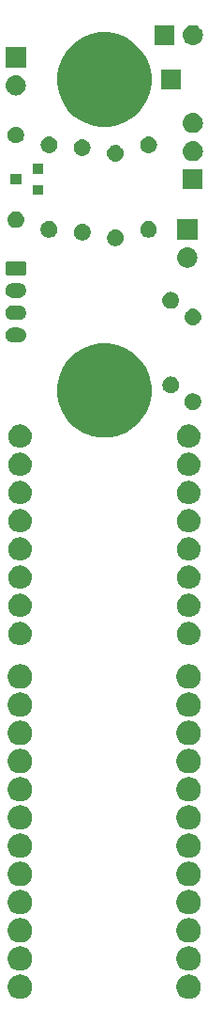
<source format=gbr>
G04 #@! TF.GenerationSoftware,KiCad,Pcbnew,5.1.2-f72e74a~84~ubuntu18.04.1*
G04 #@! TF.CreationDate,2019-08-23T19:05:58+08:00*
G04 #@! TF.ProjectId,handyfan,68616e64-7966-4616-9e2e-6b696361645f,rev?*
G04 #@! TF.SameCoordinates,Original*
G04 #@! TF.FileFunction,Soldermask,Top*
G04 #@! TF.FilePolarity,Negative*
%FSLAX46Y46*%
G04 Gerber Fmt 4.6, Leading zero omitted, Abs format (unit mm)*
G04 Created by KiCad (PCBNEW 5.1.2-f72e74a~84~ubuntu18.04.1) date 2019-08-23 19:05:58*
%MOMM*%
%LPD*%
G04 APERTURE LIST*
%ADD10C,0.100000*%
G04 APERTURE END LIST*
D10*
G36*
X107834794Y-152620155D02*
G01*
X107941150Y-152641311D01*
X108141520Y-152724307D01*
X108321844Y-152844795D01*
X108475205Y-152998156D01*
X108595693Y-153178480D01*
X108678689Y-153378851D01*
X108721000Y-153591560D01*
X108721000Y-153808440D01*
X108678689Y-154021149D01*
X108595693Y-154221520D01*
X108475205Y-154401844D01*
X108321844Y-154555205D01*
X108141520Y-154675693D01*
X108041334Y-154717191D01*
X107941150Y-154758689D01*
X107834795Y-154779844D01*
X107728440Y-154801000D01*
X107511560Y-154801000D01*
X107405205Y-154779844D01*
X107298850Y-154758689D01*
X107198666Y-154717191D01*
X107098480Y-154675693D01*
X106918156Y-154555205D01*
X106764795Y-154401844D01*
X106644307Y-154221520D01*
X106561311Y-154021149D01*
X106519000Y-153808440D01*
X106519000Y-153591560D01*
X106561311Y-153378851D01*
X106644307Y-153178480D01*
X106764795Y-152998156D01*
X106918156Y-152844795D01*
X107098480Y-152724307D01*
X107298850Y-152641311D01*
X107405206Y-152620155D01*
X107511560Y-152599000D01*
X107728440Y-152599000D01*
X107834794Y-152620155D01*
X107834794Y-152620155D01*
G37*
G36*
X92594794Y-152620155D02*
G01*
X92701150Y-152641311D01*
X92901520Y-152724307D01*
X93081844Y-152844795D01*
X93235205Y-152998156D01*
X93355693Y-153178480D01*
X93438689Y-153378851D01*
X93481000Y-153591560D01*
X93481000Y-153808440D01*
X93438689Y-154021149D01*
X93355693Y-154221520D01*
X93235205Y-154401844D01*
X93081844Y-154555205D01*
X92901520Y-154675693D01*
X92801334Y-154717191D01*
X92701150Y-154758689D01*
X92594795Y-154779844D01*
X92488440Y-154801000D01*
X92271560Y-154801000D01*
X92165205Y-154779844D01*
X92058850Y-154758689D01*
X91958666Y-154717191D01*
X91858480Y-154675693D01*
X91678156Y-154555205D01*
X91524795Y-154401844D01*
X91404307Y-154221520D01*
X91321311Y-154021149D01*
X91279000Y-153808440D01*
X91279000Y-153591560D01*
X91321311Y-153378851D01*
X91404307Y-153178480D01*
X91524795Y-152998156D01*
X91678156Y-152844795D01*
X91858480Y-152724307D01*
X92058850Y-152641311D01*
X92165206Y-152620155D01*
X92271560Y-152599000D01*
X92488440Y-152599000D01*
X92594794Y-152620155D01*
X92594794Y-152620155D01*
G37*
G36*
X107834795Y-150080156D02*
G01*
X107941150Y-150101311D01*
X108141520Y-150184307D01*
X108321844Y-150304795D01*
X108475205Y-150458156D01*
X108595693Y-150638480D01*
X108678689Y-150838851D01*
X108721000Y-151051560D01*
X108721000Y-151268440D01*
X108678689Y-151481149D01*
X108595693Y-151681520D01*
X108475205Y-151861844D01*
X108321844Y-152015205D01*
X108141520Y-152135693D01*
X108041334Y-152177191D01*
X107941150Y-152218689D01*
X107834794Y-152239845D01*
X107728440Y-152261000D01*
X107511560Y-152261000D01*
X107405206Y-152239845D01*
X107298850Y-152218689D01*
X107198666Y-152177191D01*
X107098480Y-152135693D01*
X106918156Y-152015205D01*
X106764795Y-151861844D01*
X106644307Y-151681520D01*
X106561311Y-151481149D01*
X106519000Y-151268440D01*
X106519000Y-151051560D01*
X106561311Y-150838851D01*
X106644307Y-150638480D01*
X106764795Y-150458156D01*
X106918156Y-150304795D01*
X107098480Y-150184307D01*
X107298850Y-150101311D01*
X107405205Y-150080156D01*
X107511560Y-150059000D01*
X107728440Y-150059000D01*
X107834795Y-150080156D01*
X107834795Y-150080156D01*
G37*
G36*
X92594795Y-150080156D02*
G01*
X92701150Y-150101311D01*
X92901520Y-150184307D01*
X93081844Y-150304795D01*
X93235205Y-150458156D01*
X93355693Y-150638480D01*
X93438689Y-150838851D01*
X93481000Y-151051560D01*
X93481000Y-151268440D01*
X93438689Y-151481149D01*
X93355693Y-151681520D01*
X93235205Y-151861844D01*
X93081844Y-152015205D01*
X92901520Y-152135693D01*
X92801334Y-152177191D01*
X92701150Y-152218689D01*
X92594794Y-152239845D01*
X92488440Y-152261000D01*
X92271560Y-152261000D01*
X92165206Y-152239845D01*
X92058850Y-152218689D01*
X91958666Y-152177191D01*
X91858480Y-152135693D01*
X91678156Y-152015205D01*
X91524795Y-151861844D01*
X91404307Y-151681520D01*
X91321311Y-151481149D01*
X91279000Y-151268440D01*
X91279000Y-151051560D01*
X91321311Y-150838851D01*
X91404307Y-150638480D01*
X91524795Y-150458156D01*
X91678156Y-150304795D01*
X91858480Y-150184307D01*
X92058850Y-150101311D01*
X92165205Y-150080156D01*
X92271560Y-150059000D01*
X92488440Y-150059000D01*
X92594795Y-150080156D01*
X92594795Y-150080156D01*
G37*
G36*
X107834795Y-147540156D02*
G01*
X107941150Y-147561311D01*
X108041334Y-147602809D01*
X108141520Y-147644307D01*
X108321844Y-147764795D01*
X108475205Y-147918156D01*
X108595693Y-148098480D01*
X108678689Y-148298851D01*
X108721000Y-148511560D01*
X108721000Y-148728440D01*
X108678689Y-148941149D01*
X108595693Y-149141520D01*
X108475205Y-149321844D01*
X108321844Y-149475205D01*
X108141520Y-149595693D01*
X107941150Y-149678689D01*
X107834794Y-149699845D01*
X107728440Y-149721000D01*
X107511560Y-149721000D01*
X107405206Y-149699845D01*
X107298850Y-149678689D01*
X107098480Y-149595693D01*
X106918156Y-149475205D01*
X106764795Y-149321844D01*
X106644307Y-149141520D01*
X106561311Y-148941149D01*
X106519000Y-148728440D01*
X106519000Y-148511560D01*
X106561311Y-148298851D01*
X106644307Y-148098480D01*
X106764795Y-147918156D01*
X106918156Y-147764795D01*
X107098480Y-147644307D01*
X107198666Y-147602809D01*
X107298850Y-147561311D01*
X107405205Y-147540156D01*
X107511560Y-147519000D01*
X107728440Y-147519000D01*
X107834795Y-147540156D01*
X107834795Y-147540156D01*
G37*
G36*
X92594795Y-147540156D02*
G01*
X92701150Y-147561311D01*
X92801334Y-147602809D01*
X92901520Y-147644307D01*
X93081844Y-147764795D01*
X93235205Y-147918156D01*
X93355693Y-148098480D01*
X93438689Y-148298851D01*
X93481000Y-148511560D01*
X93481000Y-148728440D01*
X93438689Y-148941149D01*
X93355693Y-149141520D01*
X93235205Y-149321844D01*
X93081844Y-149475205D01*
X92901520Y-149595693D01*
X92701150Y-149678689D01*
X92594794Y-149699845D01*
X92488440Y-149721000D01*
X92271560Y-149721000D01*
X92165206Y-149699845D01*
X92058850Y-149678689D01*
X91858480Y-149595693D01*
X91678156Y-149475205D01*
X91524795Y-149321844D01*
X91404307Y-149141520D01*
X91321311Y-148941149D01*
X91279000Y-148728440D01*
X91279000Y-148511560D01*
X91321311Y-148298851D01*
X91404307Y-148098480D01*
X91524795Y-147918156D01*
X91678156Y-147764795D01*
X91858480Y-147644307D01*
X91958666Y-147602809D01*
X92058850Y-147561311D01*
X92165205Y-147540156D01*
X92271560Y-147519000D01*
X92488440Y-147519000D01*
X92594795Y-147540156D01*
X92594795Y-147540156D01*
G37*
G36*
X107834794Y-145000155D02*
G01*
X107941150Y-145021311D01*
X108141520Y-145104307D01*
X108321844Y-145224795D01*
X108475205Y-145378156D01*
X108595693Y-145558480D01*
X108678689Y-145758851D01*
X108721000Y-145971560D01*
X108721000Y-146188440D01*
X108678689Y-146401149D01*
X108595693Y-146601520D01*
X108475205Y-146781844D01*
X108321844Y-146935205D01*
X108141520Y-147055693D01*
X108041334Y-147097191D01*
X107941150Y-147138689D01*
X107834795Y-147159844D01*
X107728440Y-147181000D01*
X107511560Y-147181000D01*
X107405205Y-147159844D01*
X107298850Y-147138689D01*
X107198666Y-147097191D01*
X107098480Y-147055693D01*
X106918156Y-146935205D01*
X106764795Y-146781844D01*
X106644307Y-146601520D01*
X106561311Y-146401149D01*
X106519000Y-146188440D01*
X106519000Y-145971560D01*
X106561311Y-145758851D01*
X106644307Y-145558480D01*
X106764795Y-145378156D01*
X106918156Y-145224795D01*
X107098480Y-145104307D01*
X107298850Y-145021311D01*
X107405206Y-145000155D01*
X107511560Y-144979000D01*
X107728440Y-144979000D01*
X107834794Y-145000155D01*
X107834794Y-145000155D01*
G37*
G36*
X92594794Y-145000155D02*
G01*
X92701150Y-145021311D01*
X92901520Y-145104307D01*
X93081844Y-145224795D01*
X93235205Y-145378156D01*
X93355693Y-145558480D01*
X93438689Y-145758851D01*
X93481000Y-145971560D01*
X93481000Y-146188440D01*
X93438689Y-146401149D01*
X93355693Y-146601520D01*
X93235205Y-146781844D01*
X93081844Y-146935205D01*
X92901520Y-147055693D01*
X92801334Y-147097191D01*
X92701150Y-147138689D01*
X92594795Y-147159844D01*
X92488440Y-147181000D01*
X92271560Y-147181000D01*
X92165205Y-147159844D01*
X92058850Y-147138689D01*
X91958666Y-147097191D01*
X91858480Y-147055693D01*
X91678156Y-146935205D01*
X91524795Y-146781844D01*
X91404307Y-146601520D01*
X91321311Y-146401149D01*
X91279000Y-146188440D01*
X91279000Y-145971560D01*
X91321311Y-145758851D01*
X91404307Y-145558480D01*
X91524795Y-145378156D01*
X91678156Y-145224795D01*
X91858480Y-145104307D01*
X92058850Y-145021311D01*
X92165206Y-145000155D01*
X92271560Y-144979000D01*
X92488440Y-144979000D01*
X92594794Y-145000155D01*
X92594794Y-145000155D01*
G37*
G36*
X92594795Y-142460156D02*
G01*
X92701150Y-142481311D01*
X92801334Y-142522809D01*
X92901520Y-142564307D01*
X93081844Y-142684795D01*
X93235205Y-142838156D01*
X93355693Y-143018480D01*
X93438689Y-143218851D01*
X93481000Y-143431560D01*
X93481000Y-143648440D01*
X93438689Y-143861149D01*
X93355693Y-144061520D01*
X93235205Y-144241844D01*
X93081844Y-144395205D01*
X92901520Y-144515693D01*
X92701150Y-144598689D01*
X92594794Y-144619845D01*
X92488440Y-144641000D01*
X92271560Y-144641000D01*
X92165206Y-144619845D01*
X92058850Y-144598689D01*
X91858480Y-144515693D01*
X91678156Y-144395205D01*
X91524795Y-144241844D01*
X91404307Y-144061520D01*
X91321311Y-143861149D01*
X91279000Y-143648440D01*
X91279000Y-143431560D01*
X91321311Y-143218851D01*
X91404307Y-143018480D01*
X91524795Y-142838156D01*
X91678156Y-142684795D01*
X91858480Y-142564307D01*
X91958666Y-142522809D01*
X92058850Y-142481311D01*
X92165205Y-142460156D01*
X92271560Y-142439000D01*
X92488440Y-142439000D01*
X92594795Y-142460156D01*
X92594795Y-142460156D01*
G37*
G36*
X107834795Y-142460156D02*
G01*
X107941150Y-142481311D01*
X108041334Y-142522809D01*
X108141520Y-142564307D01*
X108321844Y-142684795D01*
X108475205Y-142838156D01*
X108595693Y-143018480D01*
X108678689Y-143218851D01*
X108721000Y-143431560D01*
X108721000Y-143648440D01*
X108678689Y-143861149D01*
X108595693Y-144061520D01*
X108475205Y-144241844D01*
X108321844Y-144395205D01*
X108141520Y-144515693D01*
X107941150Y-144598689D01*
X107834794Y-144619845D01*
X107728440Y-144641000D01*
X107511560Y-144641000D01*
X107405206Y-144619845D01*
X107298850Y-144598689D01*
X107098480Y-144515693D01*
X106918156Y-144395205D01*
X106764795Y-144241844D01*
X106644307Y-144061520D01*
X106561311Y-143861149D01*
X106519000Y-143648440D01*
X106519000Y-143431560D01*
X106561311Y-143218851D01*
X106644307Y-143018480D01*
X106764795Y-142838156D01*
X106918156Y-142684795D01*
X107098480Y-142564307D01*
X107198666Y-142522809D01*
X107298850Y-142481311D01*
X107405205Y-142460156D01*
X107511560Y-142439000D01*
X107728440Y-142439000D01*
X107834795Y-142460156D01*
X107834795Y-142460156D01*
G37*
G36*
X92594795Y-139920156D02*
G01*
X92701150Y-139941311D01*
X92901520Y-140024307D01*
X93081844Y-140144795D01*
X93235205Y-140298156D01*
X93355693Y-140478480D01*
X93438689Y-140678851D01*
X93481000Y-140891560D01*
X93481000Y-141108440D01*
X93438689Y-141321149D01*
X93355693Y-141521520D01*
X93235205Y-141701844D01*
X93081844Y-141855205D01*
X92901520Y-141975693D01*
X92801334Y-142017191D01*
X92701150Y-142058689D01*
X92594795Y-142079844D01*
X92488440Y-142101000D01*
X92271560Y-142101000D01*
X92165205Y-142079844D01*
X92058850Y-142058689D01*
X91958666Y-142017191D01*
X91858480Y-141975693D01*
X91678156Y-141855205D01*
X91524795Y-141701844D01*
X91404307Y-141521520D01*
X91321311Y-141321149D01*
X91279000Y-141108440D01*
X91279000Y-140891560D01*
X91321311Y-140678851D01*
X91404307Y-140478480D01*
X91524795Y-140298156D01*
X91678156Y-140144795D01*
X91858480Y-140024307D01*
X92058850Y-139941311D01*
X92165205Y-139920156D01*
X92271560Y-139899000D01*
X92488440Y-139899000D01*
X92594795Y-139920156D01*
X92594795Y-139920156D01*
G37*
G36*
X107834795Y-139920156D02*
G01*
X107941150Y-139941311D01*
X108141520Y-140024307D01*
X108321844Y-140144795D01*
X108475205Y-140298156D01*
X108595693Y-140478480D01*
X108678689Y-140678851D01*
X108721000Y-140891560D01*
X108721000Y-141108440D01*
X108678689Y-141321149D01*
X108595693Y-141521520D01*
X108475205Y-141701844D01*
X108321844Y-141855205D01*
X108141520Y-141975693D01*
X108041334Y-142017191D01*
X107941150Y-142058689D01*
X107834795Y-142079844D01*
X107728440Y-142101000D01*
X107511560Y-142101000D01*
X107405205Y-142079844D01*
X107298850Y-142058689D01*
X107198666Y-142017191D01*
X107098480Y-141975693D01*
X106918156Y-141855205D01*
X106764795Y-141701844D01*
X106644307Y-141521520D01*
X106561311Y-141321149D01*
X106519000Y-141108440D01*
X106519000Y-140891560D01*
X106561311Y-140678851D01*
X106644307Y-140478480D01*
X106764795Y-140298156D01*
X106918156Y-140144795D01*
X107098480Y-140024307D01*
X107298850Y-139941311D01*
X107405205Y-139920156D01*
X107511560Y-139899000D01*
X107728440Y-139899000D01*
X107834795Y-139920156D01*
X107834795Y-139920156D01*
G37*
G36*
X107834794Y-137380155D02*
G01*
X107941150Y-137401311D01*
X108141520Y-137484307D01*
X108321844Y-137604795D01*
X108475205Y-137758156D01*
X108595693Y-137938480D01*
X108678689Y-138138851D01*
X108721000Y-138351560D01*
X108721000Y-138568440D01*
X108678689Y-138781149D01*
X108595693Y-138981520D01*
X108475205Y-139161844D01*
X108321844Y-139315205D01*
X108141520Y-139435693D01*
X108041334Y-139477191D01*
X107941150Y-139518689D01*
X107834795Y-139539844D01*
X107728440Y-139561000D01*
X107511560Y-139561000D01*
X107405205Y-139539844D01*
X107298850Y-139518689D01*
X107198666Y-139477191D01*
X107098480Y-139435693D01*
X106918156Y-139315205D01*
X106764795Y-139161844D01*
X106644307Y-138981520D01*
X106561311Y-138781149D01*
X106519000Y-138568440D01*
X106519000Y-138351560D01*
X106561311Y-138138851D01*
X106644307Y-137938480D01*
X106764795Y-137758156D01*
X106918156Y-137604795D01*
X107098480Y-137484307D01*
X107298850Y-137401311D01*
X107405206Y-137380155D01*
X107511560Y-137359000D01*
X107728440Y-137359000D01*
X107834794Y-137380155D01*
X107834794Y-137380155D01*
G37*
G36*
X92594794Y-137380155D02*
G01*
X92701150Y-137401311D01*
X92901520Y-137484307D01*
X93081844Y-137604795D01*
X93235205Y-137758156D01*
X93355693Y-137938480D01*
X93438689Y-138138851D01*
X93481000Y-138351560D01*
X93481000Y-138568440D01*
X93438689Y-138781149D01*
X93355693Y-138981520D01*
X93235205Y-139161844D01*
X93081844Y-139315205D01*
X92901520Y-139435693D01*
X92801334Y-139477191D01*
X92701150Y-139518689D01*
X92594795Y-139539844D01*
X92488440Y-139561000D01*
X92271560Y-139561000D01*
X92165205Y-139539844D01*
X92058850Y-139518689D01*
X91958666Y-139477191D01*
X91858480Y-139435693D01*
X91678156Y-139315205D01*
X91524795Y-139161844D01*
X91404307Y-138981520D01*
X91321311Y-138781149D01*
X91279000Y-138568440D01*
X91279000Y-138351560D01*
X91321311Y-138138851D01*
X91404307Y-137938480D01*
X91524795Y-137758156D01*
X91678156Y-137604795D01*
X91858480Y-137484307D01*
X92058850Y-137401311D01*
X92165206Y-137380155D01*
X92271560Y-137359000D01*
X92488440Y-137359000D01*
X92594794Y-137380155D01*
X92594794Y-137380155D01*
G37*
G36*
X107834795Y-134840156D02*
G01*
X107941150Y-134861311D01*
X108141520Y-134944307D01*
X108321844Y-135064795D01*
X108475205Y-135218156D01*
X108595693Y-135398480D01*
X108678689Y-135598851D01*
X108721000Y-135811560D01*
X108721000Y-136028440D01*
X108678689Y-136241149D01*
X108595693Y-136441520D01*
X108475205Y-136621844D01*
X108321844Y-136775205D01*
X108141520Y-136895693D01*
X108041334Y-136937191D01*
X107941150Y-136978689D01*
X107834794Y-136999845D01*
X107728440Y-137021000D01*
X107511560Y-137021000D01*
X107405206Y-136999845D01*
X107298850Y-136978689D01*
X107198666Y-136937191D01*
X107098480Y-136895693D01*
X106918156Y-136775205D01*
X106764795Y-136621844D01*
X106644307Y-136441520D01*
X106561311Y-136241149D01*
X106519000Y-136028440D01*
X106519000Y-135811560D01*
X106561311Y-135598851D01*
X106644307Y-135398480D01*
X106764795Y-135218156D01*
X106918156Y-135064795D01*
X107098480Y-134944307D01*
X107298850Y-134861311D01*
X107405205Y-134840156D01*
X107511560Y-134819000D01*
X107728440Y-134819000D01*
X107834795Y-134840156D01*
X107834795Y-134840156D01*
G37*
G36*
X92594795Y-134840156D02*
G01*
X92701150Y-134861311D01*
X92901520Y-134944307D01*
X93081844Y-135064795D01*
X93235205Y-135218156D01*
X93355693Y-135398480D01*
X93438689Y-135598851D01*
X93481000Y-135811560D01*
X93481000Y-136028440D01*
X93438689Y-136241149D01*
X93355693Y-136441520D01*
X93235205Y-136621844D01*
X93081844Y-136775205D01*
X92901520Y-136895693D01*
X92801334Y-136937191D01*
X92701150Y-136978689D01*
X92594794Y-136999845D01*
X92488440Y-137021000D01*
X92271560Y-137021000D01*
X92165206Y-136999845D01*
X92058850Y-136978689D01*
X91958666Y-136937191D01*
X91858480Y-136895693D01*
X91678156Y-136775205D01*
X91524795Y-136621844D01*
X91404307Y-136441520D01*
X91321311Y-136241149D01*
X91279000Y-136028440D01*
X91279000Y-135811560D01*
X91321311Y-135598851D01*
X91404307Y-135398480D01*
X91524795Y-135218156D01*
X91678156Y-135064795D01*
X91858480Y-134944307D01*
X92058850Y-134861311D01*
X92165205Y-134840156D01*
X92271560Y-134819000D01*
X92488440Y-134819000D01*
X92594795Y-134840156D01*
X92594795Y-134840156D01*
G37*
G36*
X107834795Y-132300156D02*
G01*
X107941150Y-132321311D01*
X108041334Y-132362809D01*
X108141520Y-132404307D01*
X108321844Y-132524795D01*
X108475205Y-132678156D01*
X108595693Y-132858480D01*
X108678689Y-133058851D01*
X108721000Y-133271560D01*
X108721000Y-133488440D01*
X108678689Y-133701149D01*
X108595693Y-133901520D01*
X108475205Y-134081844D01*
X108321844Y-134235205D01*
X108141520Y-134355693D01*
X107941150Y-134438689D01*
X107834795Y-134459844D01*
X107728440Y-134481000D01*
X107511560Y-134481000D01*
X107405205Y-134459844D01*
X107298850Y-134438689D01*
X107098480Y-134355693D01*
X106918156Y-134235205D01*
X106764795Y-134081844D01*
X106644307Y-133901520D01*
X106561311Y-133701149D01*
X106519000Y-133488440D01*
X106519000Y-133271560D01*
X106561311Y-133058851D01*
X106644307Y-132858480D01*
X106764795Y-132678156D01*
X106918156Y-132524795D01*
X107098480Y-132404307D01*
X107198666Y-132362809D01*
X107298850Y-132321311D01*
X107405205Y-132300156D01*
X107511560Y-132279000D01*
X107728440Y-132279000D01*
X107834795Y-132300156D01*
X107834795Y-132300156D01*
G37*
G36*
X92594795Y-132300156D02*
G01*
X92701150Y-132321311D01*
X92801334Y-132362809D01*
X92901520Y-132404307D01*
X93081844Y-132524795D01*
X93235205Y-132678156D01*
X93355693Y-132858480D01*
X93438689Y-133058851D01*
X93481000Y-133271560D01*
X93481000Y-133488440D01*
X93438689Y-133701149D01*
X93355693Y-133901520D01*
X93235205Y-134081844D01*
X93081844Y-134235205D01*
X92901520Y-134355693D01*
X92701150Y-134438689D01*
X92594795Y-134459844D01*
X92488440Y-134481000D01*
X92271560Y-134481000D01*
X92165205Y-134459844D01*
X92058850Y-134438689D01*
X91858480Y-134355693D01*
X91678156Y-134235205D01*
X91524795Y-134081844D01*
X91404307Y-133901520D01*
X91321311Y-133701149D01*
X91279000Y-133488440D01*
X91279000Y-133271560D01*
X91321311Y-133058851D01*
X91404307Y-132858480D01*
X91524795Y-132678156D01*
X91678156Y-132524795D01*
X91858480Y-132404307D01*
X91958666Y-132362809D01*
X92058850Y-132321311D01*
X92165205Y-132300156D01*
X92271560Y-132279000D01*
X92488440Y-132279000D01*
X92594795Y-132300156D01*
X92594795Y-132300156D01*
G37*
G36*
X92594795Y-129760156D02*
G01*
X92701150Y-129781311D01*
X92801334Y-129822809D01*
X92901520Y-129864307D01*
X93081844Y-129984795D01*
X93235205Y-130138156D01*
X93355693Y-130318480D01*
X93438689Y-130518851D01*
X93481000Y-130731560D01*
X93481000Y-130948440D01*
X93438689Y-131161149D01*
X93355693Y-131361520D01*
X93235205Y-131541844D01*
X93081844Y-131695205D01*
X92901520Y-131815693D01*
X92701150Y-131898689D01*
X92594794Y-131919845D01*
X92488440Y-131941000D01*
X92271560Y-131941000D01*
X92165206Y-131919845D01*
X92058850Y-131898689D01*
X91858480Y-131815693D01*
X91678156Y-131695205D01*
X91524795Y-131541844D01*
X91404307Y-131361520D01*
X91321311Y-131161149D01*
X91279000Y-130948440D01*
X91279000Y-130731560D01*
X91321311Y-130518851D01*
X91404307Y-130318480D01*
X91524795Y-130138156D01*
X91678156Y-129984795D01*
X91858480Y-129864307D01*
X91958666Y-129822809D01*
X92058850Y-129781311D01*
X92165205Y-129760156D01*
X92271560Y-129739000D01*
X92488440Y-129739000D01*
X92594795Y-129760156D01*
X92594795Y-129760156D01*
G37*
G36*
X107834795Y-129760156D02*
G01*
X107941150Y-129781311D01*
X108041334Y-129822809D01*
X108141520Y-129864307D01*
X108321844Y-129984795D01*
X108475205Y-130138156D01*
X108595693Y-130318480D01*
X108678689Y-130518851D01*
X108721000Y-130731560D01*
X108721000Y-130948440D01*
X108678689Y-131161149D01*
X108595693Y-131361520D01*
X108475205Y-131541844D01*
X108321844Y-131695205D01*
X108141520Y-131815693D01*
X107941150Y-131898689D01*
X107834794Y-131919845D01*
X107728440Y-131941000D01*
X107511560Y-131941000D01*
X107405206Y-131919845D01*
X107298850Y-131898689D01*
X107098480Y-131815693D01*
X106918156Y-131695205D01*
X106764795Y-131541844D01*
X106644307Y-131361520D01*
X106561311Y-131161149D01*
X106519000Y-130948440D01*
X106519000Y-130731560D01*
X106561311Y-130518851D01*
X106644307Y-130318480D01*
X106764795Y-130138156D01*
X106918156Y-129984795D01*
X107098480Y-129864307D01*
X107198666Y-129822809D01*
X107298850Y-129781311D01*
X107405205Y-129760156D01*
X107511560Y-129739000D01*
X107728440Y-129739000D01*
X107834795Y-129760156D01*
X107834795Y-129760156D01*
G37*
G36*
X107834794Y-127220155D02*
G01*
X107941150Y-127241311D01*
X108141520Y-127324307D01*
X108321844Y-127444795D01*
X108475205Y-127598156D01*
X108595693Y-127778480D01*
X108678689Y-127978851D01*
X108721000Y-128191560D01*
X108721000Y-128408440D01*
X108678689Y-128621149D01*
X108595693Y-128821520D01*
X108475205Y-129001844D01*
X108321844Y-129155205D01*
X108141520Y-129275693D01*
X108041334Y-129317191D01*
X107941150Y-129358689D01*
X107834795Y-129379844D01*
X107728440Y-129401000D01*
X107511560Y-129401000D01*
X107405205Y-129379844D01*
X107298850Y-129358689D01*
X107198666Y-129317191D01*
X107098480Y-129275693D01*
X106918156Y-129155205D01*
X106764795Y-129001844D01*
X106644307Y-128821520D01*
X106561311Y-128621149D01*
X106519000Y-128408440D01*
X106519000Y-128191560D01*
X106561311Y-127978851D01*
X106644307Y-127778480D01*
X106764795Y-127598156D01*
X106918156Y-127444795D01*
X107098480Y-127324307D01*
X107298850Y-127241311D01*
X107405206Y-127220155D01*
X107511560Y-127199000D01*
X107728440Y-127199000D01*
X107834794Y-127220155D01*
X107834794Y-127220155D01*
G37*
G36*
X92594794Y-127220155D02*
G01*
X92701150Y-127241311D01*
X92901520Y-127324307D01*
X93081844Y-127444795D01*
X93235205Y-127598156D01*
X93355693Y-127778480D01*
X93438689Y-127978851D01*
X93481000Y-128191560D01*
X93481000Y-128408440D01*
X93438689Y-128621149D01*
X93355693Y-128821520D01*
X93235205Y-129001844D01*
X93081844Y-129155205D01*
X92901520Y-129275693D01*
X92801334Y-129317191D01*
X92701150Y-129358689D01*
X92594795Y-129379844D01*
X92488440Y-129401000D01*
X92271560Y-129401000D01*
X92165205Y-129379844D01*
X92058850Y-129358689D01*
X91958666Y-129317191D01*
X91858480Y-129275693D01*
X91678156Y-129155205D01*
X91524795Y-129001844D01*
X91404307Y-128821520D01*
X91321311Y-128621149D01*
X91279000Y-128408440D01*
X91279000Y-128191560D01*
X91321311Y-127978851D01*
X91404307Y-127778480D01*
X91524795Y-127598156D01*
X91678156Y-127444795D01*
X91858480Y-127324307D01*
X92058850Y-127241311D01*
X92165206Y-127220155D01*
X92271560Y-127199000D01*
X92488440Y-127199000D01*
X92594794Y-127220155D01*
X92594794Y-127220155D01*
G37*
G36*
X107834794Y-124680155D02*
G01*
X107941150Y-124701311D01*
X108041334Y-124742809D01*
X108141520Y-124784307D01*
X108321844Y-124904795D01*
X108475205Y-125058156D01*
X108595693Y-125238480D01*
X108678689Y-125438851D01*
X108721000Y-125651560D01*
X108721000Y-125868440D01*
X108678689Y-126081149D01*
X108595693Y-126281520D01*
X108475205Y-126461844D01*
X108321844Y-126615205D01*
X108141520Y-126735693D01*
X107941150Y-126818689D01*
X107834795Y-126839844D01*
X107728440Y-126861000D01*
X107511560Y-126861000D01*
X107405205Y-126839844D01*
X107298850Y-126818689D01*
X107098480Y-126735693D01*
X106918156Y-126615205D01*
X106764795Y-126461844D01*
X106644307Y-126281520D01*
X106561311Y-126081149D01*
X106519000Y-125868440D01*
X106519000Y-125651560D01*
X106561311Y-125438851D01*
X106644307Y-125238480D01*
X106764795Y-125058156D01*
X106918156Y-124904795D01*
X107098480Y-124784307D01*
X107198666Y-124742809D01*
X107298850Y-124701311D01*
X107405206Y-124680155D01*
X107511560Y-124659000D01*
X107728440Y-124659000D01*
X107834794Y-124680155D01*
X107834794Y-124680155D01*
G37*
G36*
X92594794Y-124680155D02*
G01*
X92701150Y-124701311D01*
X92801334Y-124742809D01*
X92901520Y-124784307D01*
X93081844Y-124904795D01*
X93235205Y-125058156D01*
X93355693Y-125238480D01*
X93438689Y-125438851D01*
X93481000Y-125651560D01*
X93481000Y-125868440D01*
X93438689Y-126081149D01*
X93355693Y-126281520D01*
X93235205Y-126461844D01*
X93081844Y-126615205D01*
X92901520Y-126735693D01*
X92701150Y-126818689D01*
X92594795Y-126839844D01*
X92488440Y-126861000D01*
X92271560Y-126861000D01*
X92165205Y-126839844D01*
X92058850Y-126818689D01*
X91858480Y-126735693D01*
X91678156Y-126615205D01*
X91524795Y-126461844D01*
X91404307Y-126281520D01*
X91321311Y-126081149D01*
X91279000Y-125868440D01*
X91279000Y-125651560D01*
X91321311Y-125438851D01*
X91404307Y-125238480D01*
X91524795Y-125058156D01*
X91678156Y-124904795D01*
X91858480Y-124784307D01*
X91958666Y-124742809D01*
X92058850Y-124701311D01*
X92165206Y-124680155D01*
X92271560Y-124659000D01*
X92488440Y-124659000D01*
X92594794Y-124680155D01*
X92594794Y-124680155D01*
G37*
G36*
X92483097Y-120844069D02*
G01*
X92586032Y-120854207D01*
X92784146Y-120914305D01*
X92784149Y-120914306D01*
X92880975Y-120966061D01*
X92966729Y-121011897D01*
X93126765Y-121143235D01*
X93258103Y-121303271D01*
X93303939Y-121389025D01*
X93355694Y-121485851D01*
X93355695Y-121485854D01*
X93415793Y-121683968D01*
X93436085Y-121890000D01*
X93415793Y-122096032D01*
X93355695Y-122294146D01*
X93355694Y-122294149D01*
X93303939Y-122390975D01*
X93258103Y-122476729D01*
X93126765Y-122636765D01*
X92966729Y-122768103D01*
X92880975Y-122813939D01*
X92784149Y-122865694D01*
X92784146Y-122865695D01*
X92586032Y-122925793D01*
X92483097Y-122935931D01*
X92431631Y-122941000D01*
X92328369Y-122941000D01*
X92276903Y-122935931D01*
X92173968Y-122925793D01*
X91975854Y-122865695D01*
X91975851Y-122865694D01*
X91879025Y-122813939D01*
X91793271Y-122768103D01*
X91633235Y-122636765D01*
X91501897Y-122476729D01*
X91456061Y-122390975D01*
X91404306Y-122294149D01*
X91404305Y-122294146D01*
X91344207Y-122096032D01*
X91323915Y-121890000D01*
X91344207Y-121683968D01*
X91404305Y-121485854D01*
X91404306Y-121485851D01*
X91456061Y-121389025D01*
X91501897Y-121303271D01*
X91633235Y-121143235D01*
X91793271Y-121011897D01*
X91879025Y-120966061D01*
X91975851Y-120914306D01*
X91975854Y-120914305D01*
X92173968Y-120854207D01*
X92276903Y-120844069D01*
X92328369Y-120839000D01*
X92431631Y-120839000D01*
X92483097Y-120844069D01*
X92483097Y-120844069D01*
G37*
G36*
X107723097Y-120844069D02*
G01*
X107826032Y-120854207D01*
X108024146Y-120914305D01*
X108024149Y-120914306D01*
X108120975Y-120966061D01*
X108206729Y-121011897D01*
X108366765Y-121143235D01*
X108498103Y-121303271D01*
X108543939Y-121389025D01*
X108595694Y-121485851D01*
X108595695Y-121485854D01*
X108655793Y-121683968D01*
X108676085Y-121890000D01*
X108655793Y-122096032D01*
X108595695Y-122294146D01*
X108595694Y-122294149D01*
X108543939Y-122390975D01*
X108498103Y-122476729D01*
X108366765Y-122636765D01*
X108206729Y-122768103D01*
X108120975Y-122813939D01*
X108024149Y-122865694D01*
X108024146Y-122865695D01*
X107826032Y-122925793D01*
X107723097Y-122935931D01*
X107671631Y-122941000D01*
X107568369Y-122941000D01*
X107516903Y-122935931D01*
X107413968Y-122925793D01*
X107215854Y-122865695D01*
X107215851Y-122865694D01*
X107119025Y-122813939D01*
X107033271Y-122768103D01*
X106873235Y-122636765D01*
X106741897Y-122476729D01*
X106696061Y-122390975D01*
X106644306Y-122294149D01*
X106644305Y-122294146D01*
X106584207Y-122096032D01*
X106563915Y-121890000D01*
X106584207Y-121683968D01*
X106644305Y-121485854D01*
X106644306Y-121485851D01*
X106696061Y-121389025D01*
X106741897Y-121303271D01*
X106873235Y-121143235D01*
X107033271Y-121011897D01*
X107119025Y-120966061D01*
X107215851Y-120914306D01*
X107215854Y-120914305D01*
X107413968Y-120854207D01*
X107516903Y-120844069D01*
X107568369Y-120839000D01*
X107671631Y-120839000D01*
X107723097Y-120844069D01*
X107723097Y-120844069D01*
G37*
G36*
X107723097Y-118304069D02*
G01*
X107826032Y-118314207D01*
X108024146Y-118374305D01*
X108024149Y-118374306D01*
X108120975Y-118426061D01*
X108206729Y-118471897D01*
X108366765Y-118603235D01*
X108498103Y-118763271D01*
X108543939Y-118849025D01*
X108595694Y-118945851D01*
X108595695Y-118945854D01*
X108655793Y-119143968D01*
X108676085Y-119350000D01*
X108655793Y-119556032D01*
X108595695Y-119754146D01*
X108595694Y-119754149D01*
X108543939Y-119850975D01*
X108498103Y-119936729D01*
X108366765Y-120096765D01*
X108206729Y-120228103D01*
X108120975Y-120273939D01*
X108024149Y-120325694D01*
X108024146Y-120325695D01*
X107826032Y-120385793D01*
X107723097Y-120395931D01*
X107671631Y-120401000D01*
X107568369Y-120401000D01*
X107516903Y-120395931D01*
X107413968Y-120385793D01*
X107215854Y-120325695D01*
X107215851Y-120325694D01*
X107119025Y-120273939D01*
X107033271Y-120228103D01*
X106873235Y-120096765D01*
X106741897Y-119936729D01*
X106696061Y-119850975D01*
X106644306Y-119754149D01*
X106644305Y-119754146D01*
X106584207Y-119556032D01*
X106563915Y-119350000D01*
X106584207Y-119143968D01*
X106644305Y-118945854D01*
X106644306Y-118945851D01*
X106696061Y-118849025D01*
X106741897Y-118763271D01*
X106873235Y-118603235D01*
X107033271Y-118471897D01*
X107119025Y-118426061D01*
X107215851Y-118374306D01*
X107215854Y-118374305D01*
X107413968Y-118314207D01*
X107516903Y-118304069D01*
X107568369Y-118299000D01*
X107671631Y-118299000D01*
X107723097Y-118304069D01*
X107723097Y-118304069D01*
G37*
G36*
X92483097Y-118304069D02*
G01*
X92586032Y-118314207D01*
X92784146Y-118374305D01*
X92784149Y-118374306D01*
X92880975Y-118426061D01*
X92966729Y-118471897D01*
X93126765Y-118603235D01*
X93258103Y-118763271D01*
X93303939Y-118849025D01*
X93355694Y-118945851D01*
X93355695Y-118945854D01*
X93415793Y-119143968D01*
X93436085Y-119350000D01*
X93415793Y-119556032D01*
X93355695Y-119754146D01*
X93355694Y-119754149D01*
X93303939Y-119850975D01*
X93258103Y-119936729D01*
X93126765Y-120096765D01*
X92966729Y-120228103D01*
X92880975Y-120273939D01*
X92784149Y-120325694D01*
X92784146Y-120325695D01*
X92586032Y-120385793D01*
X92483097Y-120395931D01*
X92431631Y-120401000D01*
X92328369Y-120401000D01*
X92276903Y-120395931D01*
X92173968Y-120385793D01*
X91975854Y-120325695D01*
X91975851Y-120325694D01*
X91879025Y-120273939D01*
X91793271Y-120228103D01*
X91633235Y-120096765D01*
X91501897Y-119936729D01*
X91456061Y-119850975D01*
X91404306Y-119754149D01*
X91404305Y-119754146D01*
X91344207Y-119556032D01*
X91323915Y-119350000D01*
X91344207Y-119143968D01*
X91404305Y-118945854D01*
X91404306Y-118945851D01*
X91456061Y-118849025D01*
X91501897Y-118763271D01*
X91633235Y-118603235D01*
X91793271Y-118471897D01*
X91879025Y-118426061D01*
X91975851Y-118374306D01*
X91975854Y-118374305D01*
X92173968Y-118314207D01*
X92276903Y-118304069D01*
X92328369Y-118299000D01*
X92431631Y-118299000D01*
X92483097Y-118304069D01*
X92483097Y-118304069D01*
G37*
G36*
X92483097Y-115764069D02*
G01*
X92586032Y-115774207D01*
X92784146Y-115834305D01*
X92784149Y-115834306D01*
X92880975Y-115886061D01*
X92966729Y-115931897D01*
X93126765Y-116063235D01*
X93258103Y-116223271D01*
X93303939Y-116309025D01*
X93355694Y-116405851D01*
X93355695Y-116405854D01*
X93415793Y-116603968D01*
X93436085Y-116810000D01*
X93415793Y-117016032D01*
X93355695Y-117214146D01*
X93355694Y-117214149D01*
X93303939Y-117310975D01*
X93258103Y-117396729D01*
X93126765Y-117556765D01*
X92966729Y-117688103D01*
X92880975Y-117733939D01*
X92784149Y-117785694D01*
X92784146Y-117785695D01*
X92586032Y-117845793D01*
X92483097Y-117855931D01*
X92431631Y-117861000D01*
X92328369Y-117861000D01*
X92276903Y-117855931D01*
X92173968Y-117845793D01*
X91975854Y-117785695D01*
X91975851Y-117785694D01*
X91879025Y-117733939D01*
X91793271Y-117688103D01*
X91633235Y-117556765D01*
X91501897Y-117396729D01*
X91456061Y-117310975D01*
X91404306Y-117214149D01*
X91404305Y-117214146D01*
X91344207Y-117016032D01*
X91323915Y-116810000D01*
X91344207Y-116603968D01*
X91404305Y-116405854D01*
X91404306Y-116405851D01*
X91456061Y-116309025D01*
X91501897Y-116223271D01*
X91633235Y-116063235D01*
X91793271Y-115931897D01*
X91879025Y-115886061D01*
X91975851Y-115834306D01*
X91975854Y-115834305D01*
X92173968Y-115774207D01*
X92276903Y-115764069D01*
X92328369Y-115759000D01*
X92431631Y-115759000D01*
X92483097Y-115764069D01*
X92483097Y-115764069D01*
G37*
G36*
X107723097Y-115764069D02*
G01*
X107826032Y-115774207D01*
X108024146Y-115834305D01*
X108024149Y-115834306D01*
X108120975Y-115886061D01*
X108206729Y-115931897D01*
X108366765Y-116063235D01*
X108498103Y-116223271D01*
X108543939Y-116309025D01*
X108595694Y-116405851D01*
X108595695Y-116405854D01*
X108655793Y-116603968D01*
X108676085Y-116810000D01*
X108655793Y-117016032D01*
X108595695Y-117214146D01*
X108595694Y-117214149D01*
X108543939Y-117310975D01*
X108498103Y-117396729D01*
X108366765Y-117556765D01*
X108206729Y-117688103D01*
X108120975Y-117733939D01*
X108024149Y-117785694D01*
X108024146Y-117785695D01*
X107826032Y-117845793D01*
X107723097Y-117855931D01*
X107671631Y-117861000D01*
X107568369Y-117861000D01*
X107516903Y-117855931D01*
X107413968Y-117845793D01*
X107215854Y-117785695D01*
X107215851Y-117785694D01*
X107119025Y-117733939D01*
X107033271Y-117688103D01*
X106873235Y-117556765D01*
X106741897Y-117396729D01*
X106696061Y-117310975D01*
X106644306Y-117214149D01*
X106644305Y-117214146D01*
X106584207Y-117016032D01*
X106563915Y-116810000D01*
X106584207Y-116603968D01*
X106644305Y-116405854D01*
X106644306Y-116405851D01*
X106696061Y-116309025D01*
X106741897Y-116223271D01*
X106873235Y-116063235D01*
X107033271Y-115931897D01*
X107119025Y-115886061D01*
X107215851Y-115834306D01*
X107215854Y-115834305D01*
X107413968Y-115774207D01*
X107516903Y-115764069D01*
X107568369Y-115759000D01*
X107671631Y-115759000D01*
X107723097Y-115764069D01*
X107723097Y-115764069D01*
G37*
G36*
X92483097Y-113224069D02*
G01*
X92586032Y-113234207D01*
X92784146Y-113294305D01*
X92784149Y-113294306D01*
X92880975Y-113346061D01*
X92966729Y-113391897D01*
X93126765Y-113523235D01*
X93258103Y-113683271D01*
X93303939Y-113769025D01*
X93355694Y-113865851D01*
X93355695Y-113865854D01*
X93415793Y-114063968D01*
X93436085Y-114270000D01*
X93415793Y-114476032D01*
X93355695Y-114674146D01*
X93355694Y-114674149D01*
X93303939Y-114770975D01*
X93258103Y-114856729D01*
X93126765Y-115016765D01*
X92966729Y-115148103D01*
X92880975Y-115193939D01*
X92784149Y-115245694D01*
X92784146Y-115245695D01*
X92586032Y-115305793D01*
X92483097Y-115315931D01*
X92431631Y-115321000D01*
X92328369Y-115321000D01*
X92276903Y-115315931D01*
X92173968Y-115305793D01*
X91975854Y-115245695D01*
X91975851Y-115245694D01*
X91879025Y-115193939D01*
X91793271Y-115148103D01*
X91633235Y-115016765D01*
X91501897Y-114856729D01*
X91456061Y-114770975D01*
X91404306Y-114674149D01*
X91404305Y-114674146D01*
X91344207Y-114476032D01*
X91323915Y-114270000D01*
X91344207Y-114063968D01*
X91404305Y-113865854D01*
X91404306Y-113865851D01*
X91456061Y-113769025D01*
X91501897Y-113683271D01*
X91633235Y-113523235D01*
X91793271Y-113391897D01*
X91879025Y-113346061D01*
X91975851Y-113294306D01*
X91975854Y-113294305D01*
X92173968Y-113234207D01*
X92276903Y-113224069D01*
X92328369Y-113219000D01*
X92431631Y-113219000D01*
X92483097Y-113224069D01*
X92483097Y-113224069D01*
G37*
G36*
X107723097Y-113224069D02*
G01*
X107826032Y-113234207D01*
X108024146Y-113294305D01*
X108024149Y-113294306D01*
X108120975Y-113346061D01*
X108206729Y-113391897D01*
X108366765Y-113523235D01*
X108498103Y-113683271D01*
X108543939Y-113769025D01*
X108595694Y-113865851D01*
X108595695Y-113865854D01*
X108655793Y-114063968D01*
X108676085Y-114270000D01*
X108655793Y-114476032D01*
X108595695Y-114674146D01*
X108595694Y-114674149D01*
X108543939Y-114770975D01*
X108498103Y-114856729D01*
X108366765Y-115016765D01*
X108206729Y-115148103D01*
X108120975Y-115193939D01*
X108024149Y-115245694D01*
X108024146Y-115245695D01*
X107826032Y-115305793D01*
X107723097Y-115315931D01*
X107671631Y-115321000D01*
X107568369Y-115321000D01*
X107516903Y-115315931D01*
X107413968Y-115305793D01*
X107215854Y-115245695D01*
X107215851Y-115245694D01*
X107119025Y-115193939D01*
X107033271Y-115148103D01*
X106873235Y-115016765D01*
X106741897Y-114856729D01*
X106696061Y-114770975D01*
X106644306Y-114674149D01*
X106644305Y-114674146D01*
X106584207Y-114476032D01*
X106563915Y-114270000D01*
X106584207Y-114063968D01*
X106644305Y-113865854D01*
X106644306Y-113865851D01*
X106696061Y-113769025D01*
X106741897Y-113683271D01*
X106873235Y-113523235D01*
X107033271Y-113391897D01*
X107119025Y-113346061D01*
X107215851Y-113294306D01*
X107215854Y-113294305D01*
X107413968Y-113234207D01*
X107516903Y-113224069D01*
X107568369Y-113219000D01*
X107671631Y-113219000D01*
X107723097Y-113224069D01*
X107723097Y-113224069D01*
G37*
G36*
X92483097Y-110684069D02*
G01*
X92586032Y-110694207D01*
X92784146Y-110754305D01*
X92784149Y-110754306D01*
X92880975Y-110806061D01*
X92966729Y-110851897D01*
X93126765Y-110983235D01*
X93258103Y-111143271D01*
X93303939Y-111229025D01*
X93355694Y-111325851D01*
X93355695Y-111325854D01*
X93415793Y-111523968D01*
X93436085Y-111730000D01*
X93415793Y-111936032D01*
X93355695Y-112134146D01*
X93355694Y-112134149D01*
X93303939Y-112230975D01*
X93258103Y-112316729D01*
X93126765Y-112476765D01*
X92966729Y-112608103D01*
X92880975Y-112653939D01*
X92784149Y-112705694D01*
X92784146Y-112705695D01*
X92586032Y-112765793D01*
X92483097Y-112775931D01*
X92431631Y-112781000D01*
X92328369Y-112781000D01*
X92276903Y-112775931D01*
X92173968Y-112765793D01*
X91975854Y-112705695D01*
X91975851Y-112705694D01*
X91879025Y-112653939D01*
X91793271Y-112608103D01*
X91633235Y-112476765D01*
X91501897Y-112316729D01*
X91456061Y-112230975D01*
X91404306Y-112134149D01*
X91404305Y-112134146D01*
X91344207Y-111936032D01*
X91323915Y-111730000D01*
X91344207Y-111523968D01*
X91404305Y-111325854D01*
X91404306Y-111325851D01*
X91456061Y-111229025D01*
X91501897Y-111143271D01*
X91633235Y-110983235D01*
X91793271Y-110851897D01*
X91879025Y-110806061D01*
X91975851Y-110754306D01*
X91975854Y-110754305D01*
X92173968Y-110694207D01*
X92276903Y-110684069D01*
X92328369Y-110679000D01*
X92431631Y-110679000D01*
X92483097Y-110684069D01*
X92483097Y-110684069D01*
G37*
G36*
X107723097Y-110684069D02*
G01*
X107826032Y-110694207D01*
X108024146Y-110754305D01*
X108024149Y-110754306D01*
X108120975Y-110806061D01*
X108206729Y-110851897D01*
X108366765Y-110983235D01*
X108498103Y-111143271D01*
X108543939Y-111229025D01*
X108595694Y-111325851D01*
X108595695Y-111325854D01*
X108655793Y-111523968D01*
X108676085Y-111730000D01*
X108655793Y-111936032D01*
X108595695Y-112134146D01*
X108595694Y-112134149D01*
X108543939Y-112230975D01*
X108498103Y-112316729D01*
X108366765Y-112476765D01*
X108206729Y-112608103D01*
X108120975Y-112653939D01*
X108024149Y-112705694D01*
X108024146Y-112705695D01*
X107826032Y-112765793D01*
X107723097Y-112775931D01*
X107671631Y-112781000D01*
X107568369Y-112781000D01*
X107516903Y-112775931D01*
X107413968Y-112765793D01*
X107215854Y-112705695D01*
X107215851Y-112705694D01*
X107119025Y-112653939D01*
X107033271Y-112608103D01*
X106873235Y-112476765D01*
X106741897Y-112316729D01*
X106696061Y-112230975D01*
X106644306Y-112134149D01*
X106644305Y-112134146D01*
X106584207Y-111936032D01*
X106563915Y-111730000D01*
X106584207Y-111523968D01*
X106644305Y-111325854D01*
X106644306Y-111325851D01*
X106696061Y-111229025D01*
X106741897Y-111143271D01*
X106873235Y-110983235D01*
X107033271Y-110851897D01*
X107119025Y-110806061D01*
X107215851Y-110754306D01*
X107215854Y-110754305D01*
X107413968Y-110694207D01*
X107516903Y-110684069D01*
X107568369Y-110679000D01*
X107671631Y-110679000D01*
X107723097Y-110684069D01*
X107723097Y-110684069D01*
G37*
G36*
X107723097Y-108144069D02*
G01*
X107826032Y-108154207D01*
X108024146Y-108214305D01*
X108024149Y-108214306D01*
X108120975Y-108266061D01*
X108206729Y-108311897D01*
X108366765Y-108443235D01*
X108498103Y-108603271D01*
X108543939Y-108689025D01*
X108595694Y-108785851D01*
X108595695Y-108785854D01*
X108655793Y-108983968D01*
X108676085Y-109190000D01*
X108655793Y-109396032D01*
X108595695Y-109594146D01*
X108595694Y-109594149D01*
X108543939Y-109690975D01*
X108498103Y-109776729D01*
X108366765Y-109936765D01*
X108206729Y-110068103D01*
X108120975Y-110113939D01*
X108024149Y-110165694D01*
X108024146Y-110165695D01*
X107826032Y-110225793D01*
X107723097Y-110235931D01*
X107671631Y-110241000D01*
X107568369Y-110241000D01*
X107516903Y-110235931D01*
X107413968Y-110225793D01*
X107215854Y-110165695D01*
X107215851Y-110165694D01*
X107119025Y-110113939D01*
X107033271Y-110068103D01*
X106873235Y-109936765D01*
X106741897Y-109776729D01*
X106696061Y-109690975D01*
X106644306Y-109594149D01*
X106644305Y-109594146D01*
X106584207Y-109396032D01*
X106563915Y-109190000D01*
X106584207Y-108983968D01*
X106644305Y-108785854D01*
X106644306Y-108785851D01*
X106696061Y-108689025D01*
X106741897Y-108603271D01*
X106873235Y-108443235D01*
X107033271Y-108311897D01*
X107119025Y-108266061D01*
X107215851Y-108214306D01*
X107215854Y-108214305D01*
X107413968Y-108154207D01*
X107516903Y-108144069D01*
X107568369Y-108139000D01*
X107671631Y-108139000D01*
X107723097Y-108144069D01*
X107723097Y-108144069D01*
G37*
G36*
X92483097Y-108144069D02*
G01*
X92586032Y-108154207D01*
X92784146Y-108214305D01*
X92784149Y-108214306D01*
X92880975Y-108266061D01*
X92966729Y-108311897D01*
X93126765Y-108443235D01*
X93258103Y-108603271D01*
X93303939Y-108689025D01*
X93355694Y-108785851D01*
X93355695Y-108785854D01*
X93415793Y-108983968D01*
X93436085Y-109190000D01*
X93415793Y-109396032D01*
X93355695Y-109594146D01*
X93355694Y-109594149D01*
X93303939Y-109690975D01*
X93258103Y-109776729D01*
X93126765Y-109936765D01*
X92966729Y-110068103D01*
X92880975Y-110113939D01*
X92784149Y-110165694D01*
X92784146Y-110165695D01*
X92586032Y-110225793D01*
X92483097Y-110235931D01*
X92431631Y-110241000D01*
X92328369Y-110241000D01*
X92276903Y-110235931D01*
X92173968Y-110225793D01*
X91975854Y-110165695D01*
X91975851Y-110165694D01*
X91879025Y-110113939D01*
X91793271Y-110068103D01*
X91633235Y-109936765D01*
X91501897Y-109776729D01*
X91456061Y-109690975D01*
X91404306Y-109594149D01*
X91404305Y-109594146D01*
X91344207Y-109396032D01*
X91323915Y-109190000D01*
X91344207Y-108983968D01*
X91404305Y-108785854D01*
X91404306Y-108785851D01*
X91456061Y-108689025D01*
X91501897Y-108603271D01*
X91633235Y-108443235D01*
X91793271Y-108311897D01*
X91879025Y-108266061D01*
X91975851Y-108214306D01*
X91975854Y-108214305D01*
X92173968Y-108154207D01*
X92276903Y-108144069D01*
X92328369Y-108139000D01*
X92431631Y-108139000D01*
X92483097Y-108144069D01*
X92483097Y-108144069D01*
G37*
G36*
X107723097Y-105604069D02*
G01*
X107826032Y-105614207D01*
X108024146Y-105674305D01*
X108024149Y-105674306D01*
X108120975Y-105726061D01*
X108206729Y-105771897D01*
X108366765Y-105903235D01*
X108498103Y-106063271D01*
X108543939Y-106149025D01*
X108595694Y-106245851D01*
X108595695Y-106245854D01*
X108655793Y-106443968D01*
X108676085Y-106650000D01*
X108655793Y-106856032D01*
X108595695Y-107054146D01*
X108595694Y-107054149D01*
X108543939Y-107150975D01*
X108498103Y-107236729D01*
X108366765Y-107396765D01*
X108206729Y-107528103D01*
X108120975Y-107573939D01*
X108024149Y-107625694D01*
X108024146Y-107625695D01*
X107826032Y-107685793D01*
X107723097Y-107695931D01*
X107671631Y-107701000D01*
X107568369Y-107701000D01*
X107516903Y-107695931D01*
X107413968Y-107685793D01*
X107215854Y-107625695D01*
X107215851Y-107625694D01*
X107119025Y-107573939D01*
X107033271Y-107528103D01*
X106873235Y-107396765D01*
X106741897Y-107236729D01*
X106696061Y-107150975D01*
X106644306Y-107054149D01*
X106644305Y-107054146D01*
X106584207Y-106856032D01*
X106563915Y-106650000D01*
X106584207Y-106443968D01*
X106644305Y-106245854D01*
X106644306Y-106245851D01*
X106696061Y-106149025D01*
X106741897Y-106063271D01*
X106873235Y-105903235D01*
X107033271Y-105771897D01*
X107119025Y-105726061D01*
X107215851Y-105674306D01*
X107215854Y-105674305D01*
X107413968Y-105614207D01*
X107516903Y-105604069D01*
X107568369Y-105599000D01*
X107671631Y-105599000D01*
X107723097Y-105604069D01*
X107723097Y-105604069D01*
G37*
G36*
X92483097Y-105604069D02*
G01*
X92586032Y-105614207D01*
X92784146Y-105674305D01*
X92784149Y-105674306D01*
X92880975Y-105726061D01*
X92966729Y-105771897D01*
X93126765Y-105903235D01*
X93258103Y-106063271D01*
X93303939Y-106149025D01*
X93355694Y-106245851D01*
X93355695Y-106245854D01*
X93415793Y-106443968D01*
X93436085Y-106650000D01*
X93415793Y-106856032D01*
X93355695Y-107054146D01*
X93355694Y-107054149D01*
X93303939Y-107150975D01*
X93258103Y-107236729D01*
X93126765Y-107396765D01*
X92966729Y-107528103D01*
X92880975Y-107573939D01*
X92784149Y-107625694D01*
X92784146Y-107625695D01*
X92586032Y-107685793D01*
X92483097Y-107695931D01*
X92431631Y-107701000D01*
X92328369Y-107701000D01*
X92276903Y-107695931D01*
X92173968Y-107685793D01*
X91975854Y-107625695D01*
X91975851Y-107625694D01*
X91879025Y-107573939D01*
X91793271Y-107528103D01*
X91633235Y-107396765D01*
X91501897Y-107236729D01*
X91456061Y-107150975D01*
X91404306Y-107054149D01*
X91404305Y-107054146D01*
X91344207Y-106856032D01*
X91323915Y-106650000D01*
X91344207Y-106443968D01*
X91404305Y-106245854D01*
X91404306Y-106245851D01*
X91456061Y-106149025D01*
X91501897Y-106063271D01*
X91633235Y-105903235D01*
X91793271Y-105771897D01*
X91879025Y-105726061D01*
X91975851Y-105674306D01*
X91975854Y-105674305D01*
X92173968Y-105614207D01*
X92276903Y-105604069D01*
X92328369Y-105599000D01*
X92431631Y-105599000D01*
X92483097Y-105604069D01*
X92483097Y-105604069D01*
G37*
G36*
X92483097Y-103064069D02*
G01*
X92586032Y-103074207D01*
X92784146Y-103134305D01*
X92784149Y-103134306D01*
X92880975Y-103186061D01*
X92966729Y-103231897D01*
X93126765Y-103363235D01*
X93258103Y-103523271D01*
X93303939Y-103609025D01*
X93355694Y-103705851D01*
X93355695Y-103705854D01*
X93415793Y-103903968D01*
X93436085Y-104110000D01*
X93415793Y-104316032D01*
X93355695Y-104514146D01*
X93355694Y-104514149D01*
X93303939Y-104610975D01*
X93258103Y-104696729D01*
X93126765Y-104856765D01*
X92966729Y-104988103D01*
X92880975Y-105033939D01*
X92784149Y-105085694D01*
X92784146Y-105085695D01*
X92586032Y-105145793D01*
X92483097Y-105155931D01*
X92431631Y-105161000D01*
X92328369Y-105161000D01*
X92276903Y-105155931D01*
X92173968Y-105145793D01*
X91975854Y-105085695D01*
X91975851Y-105085694D01*
X91879025Y-105033939D01*
X91793271Y-104988103D01*
X91633235Y-104856765D01*
X91501897Y-104696729D01*
X91456061Y-104610975D01*
X91404306Y-104514149D01*
X91404305Y-104514146D01*
X91344207Y-104316032D01*
X91323915Y-104110000D01*
X91344207Y-103903968D01*
X91404305Y-103705854D01*
X91404306Y-103705851D01*
X91456061Y-103609025D01*
X91501897Y-103523271D01*
X91633235Y-103363235D01*
X91793271Y-103231897D01*
X91879025Y-103186061D01*
X91975851Y-103134306D01*
X91975854Y-103134305D01*
X92173968Y-103074207D01*
X92276903Y-103064069D01*
X92328369Y-103059000D01*
X92431631Y-103059000D01*
X92483097Y-103064069D01*
X92483097Y-103064069D01*
G37*
G36*
X107723097Y-103064069D02*
G01*
X107826032Y-103074207D01*
X108024146Y-103134305D01*
X108024149Y-103134306D01*
X108120975Y-103186061D01*
X108206729Y-103231897D01*
X108366765Y-103363235D01*
X108498103Y-103523271D01*
X108543939Y-103609025D01*
X108595694Y-103705851D01*
X108595695Y-103705854D01*
X108655793Y-103903968D01*
X108676085Y-104110000D01*
X108655793Y-104316032D01*
X108595695Y-104514146D01*
X108595694Y-104514149D01*
X108543939Y-104610975D01*
X108498103Y-104696729D01*
X108366765Y-104856765D01*
X108206729Y-104988103D01*
X108120975Y-105033939D01*
X108024149Y-105085694D01*
X108024146Y-105085695D01*
X107826032Y-105145793D01*
X107723097Y-105155931D01*
X107671631Y-105161000D01*
X107568369Y-105161000D01*
X107516903Y-105155931D01*
X107413968Y-105145793D01*
X107215854Y-105085695D01*
X107215851Y-105085694D01*
X107119025Y-105033939D01*
X107033271Y-104988103D01*
X106873235Y-104856765D01*
X106741897Y-104696729D01*
X106696061Y-104610975D01*
X106644306Y-104514149D01*
X106644305Y-104514146D01*
X106584207Y-104316032D01*
X106563915Y-104110000D01*
X106584207Y-103903968D01*
X106644305Y-103705854D01*
X106644306Y-103705851D01*
X106696061Y-103609025D01*
X106741897Y-103523271D01*
X106873235Y-103363235D01*
X107033271Y-103231897D01*
X107119025Y-103186061D01*
X107215851Y-103134306D01*
X107215854Y-103134305D01*
X107413968Y-103074207D01*
X107516903Y-103064069D01*
X107568369Y-103059000D01*
X107671631Y-103059000D01*
X107723097Y-103064069D01*
X107723097Y-103064069D01*
G37*
G36*
X100829329Y-95830682D02*
G01*
X101239971Y-95912363D01*
X102013604Y-96232812D01*
X102709855Y-96698033D01*
X103301967Y-97290145D01*
X103767188Y-97986396D01*
X104087637Y-98760029D01*
X104118793Y-98916660D01*
X104191253Y-99280941D01*
X104251000Y-99581313D01*
X104251000Y-100418687D01*
X104087637Y-101239971D01*
X103767188Y-102013604D01*
X103301967Y-102709855D01*
X102709855Y-103301967D01*
X102013604Y-103767188D01*
X101239971Y-104087637D01*
X101127544Y-104110000D01*
X100418688Y-104251000D01*
X99581312Y-104251000D01*
X98872456Y-104110000D01*
X98760029Y-104087637D01*
X97986396Y-103767188D01*
X97290145Y-103301967D01*
X96698033Y-102709855D01*
X96232812Y-102013604D01*
X95912363Y-101239971D01*
X95749000Y-100418687D01*
X95749000Y-99581313D01*
X95808748Y-99280941D01*
X95881207Y-98916660D01*
X95912363Y-98760029D01*
X96232812Y-97986396D01*
X96698033Y-97290145D01*
X97290145Y-96698033D01*
X97986396Y-96232812D01*
X98760029Y-95912363D01*
X99170671Y-95830681D01*
X99581312Y-95749000D01*
X100418688Y-95749000D01*
X100829329Y-95830682D01*
X100829329Y-95830682D01*
G37*
G36*
X108219059Y-100277860D02*
G01*
X108355732Y-100334472D01*
X108478735Y-100416660D01*
X108583340Y-100521265D01*
X108665528Y-100644268D01*
X108722140Y-100780941D01*
X108751000Y-100926033D01*
X108751000Y-101073967D01*
X108722140Y-101219059D01*
X108665528Y-101355732D01*
X108583340Y-101478735D01*
X108478735Y-101583340D01*
X108355732Y-101665528D01*
X108355731Y-101665529D01*
X108355730Y-101665529D01*
X108219059Y-101722140D01*
X108073968Y-101751000D01*
X107926032Y-101751000D01*
X107780941Y-101722140D01*
X107644270Y-101665529D01*
X107644269Y-101665529D01*
X107644268Y-101665528D01*
X107521265Y-101583340D01*
X107416660Y-101478735D01*
X107334472Y-101355732D01*
X107277860Y-101219059D01*
X107249000Y-101073967D01*
X107249000Y-100926033D01*
X107277860Y-100780941D01*
X107334472Y-100644268D01*
X107416660Y-100521265D01*
X107521265Y-100416660D01*
X107644268Y-100334472D01*
X107780941Y-100277860D01*
X107926032Y-100249000D01*
X108073968Y-100249000D01*
X108219059Y-100277860D01*
X108219059Y-100277860D01*
G37*
G36*
X106129415Y-98760029D02*
G01*
X106219059Y-98777860D01*
X106355732Y-98834472D01*
X106478735Y-98916660D01*
X106583340Y-99021265D01*
X106665528Y-99144268D01*
X106722140Y-99280941D01*
X106751000Y-99426033D01*
X106751000Y-99573967D01*
X106722140Y-99719059D01*
X106665528Y-99855732D01*
X106583340Y-99978735D01*
X106478735Y-100083340D01*
X106355732Y-100165528D01*
X106355731Y-100165529D01*
X106355730Y-100165529D01*
X106219059Y-100222140D01*
X106073968Y-100251000D01*
X105926032Y-100251000D01*
X105780941Y-100222140D01*
X105644270Y-100165529D01*
X105644269Y-100165529D01*
X105644268Y-100165528D01*
X105521265Y-100083340D01*
X105416660Y-99978735D01*
X105334472Y-99855732D01*
X105277860Y-99719059D01*
X105249000Y-99573967D01*
X105249000Y-99426033D01*
X105277860Y-99280941D01*
X105334472Y-99144268D01*
X105416660Y-99021265D01*
X105521265Y-98916660D01*
X105644268Y-98834472D01*
X105780941Y-98777860D01*
X105870585Y-98760029D01*
X105926032Y-98749000D01*
X106073968Y-98749000D01*
X106129415Y-98760029D01*
X106129415Y-98760029D01*
G37*
G36*
X92338855Y-94352140D02*
G01*
X92402618Y-94358420D01*
X92493404Y-94385960D01*
X92525336Y-94395646D01*
X92638425Y-94456094D01*
X92737554Y-94537446D01*
X92818906Y-94636575D01*
X92879354Y-94749664D01*
X92879355Y-94749668D01*
X92916580Y-94872382D01*
X92929149Y-95000000D01*
X92916580Y-95127618D01*
X92889040Y-95218404D01*
X92879354Y-95250336D01*
X92818906Y-95363425D01*
X92737554Y-95462554D01*
X92638425Y-95543906D01*
X92525336Y-95604354D01*
X92493404Y-95614040D01*
X92402618Y-95641580D01*
X92338855Y-95647860D01*
X92306974Y-95651000D01*
X91693026Y-95651000D01*
X91661145Y-95647860D01*
X91597382Y-95641580D01*
X91506596Y-95614040D01*
X91474664Y-95604354D01*
X91361575Y-95543906D01*
X91262446Y-95462554D01*
X91181094Y-95363425D01*
X91120646Y-95250336D01*
X91110960Y-95218404D01*
X91083420Y-95127618D01*
X91070851Y-95000000D01*
X91083420Y-94872382D01*
X91120645Y-94749668D01*
X91120646Y-94749664D01*
X91181094Y-94636575D01*
X91262446Y-94537446D01*
X91361575Y-94456094D01*
X91474664Y-94395646D01*
X91506596Y-94385960D01*
X91597382Y-94358420D01*
X91661145Y-94352140D01*
X91693026Y-94349000D01*
X92306974Y-94349000D01*
X92338855Y-94352140D01*
X92338855Y-94352140D01*
G37*
G36*
X108073665Y-92632622D02*
G01*
X108147222Y-92639867D01*
X108288786Y-92682810D01*
X108419252Y-92752546D01*
X108449040Y-92776992D01*
X108533607Y-92846393D01*
X108603008Y-92930960D01*
X108627454Y-92960748D01*
X108697190Y-93091214D01*
X108740133Y-93232778D01*
X108754633Y-93380000D01*
X108740133Y-93527222D01*
X108697190Y-93668786D01*
X108627454Y-93799252D01*
X108603008Y-93829040D01*
X108533607Y-93913607D01*
X108449040Y-93983008D01*
X108419252Y-94007454D01*
X108288786Y-94077190D01*
X108147222Y-94120133D01*
X108073665Y-94127378D01*
X108036888Y-94131000D01*
X107963112Y-94131000D01*
X107926335Y-94127378D01*
X107852778Y-94120133D01*
X107711214Y-94077190D01*
X107580748Y-94007454D01*
X107550960Y-93983008D01*
X107466393Y-93913607D01*
X107396992Y-93829040D01*
X107372546Y-93799252D01*
X107302810Y-93668786D01*
X107259867Y-93527222D01*
X107245367Y-93380000D01*
X107259867Y-93232778D01*
X107302810Y-93091214D01*
X107372546Y-92960748D01*
X107396992Y-92930960D01*
X107466393Y-92846393D01*
X107550960Y-92776992D01*
X107580748Y-92752546D01*
X107711214Y-92682810D01*
X107852778Y-92639867D01*
X107926335Y-92632622D01*
X107963112Y-92629000D01*
X108036888Y-92629000D01*
X108073665Y-92632622D01*
X108073665Y-92632622D01*
G37*
G36*
X92338855Y-92352140D02*
G01*
X92402618Y-92358420D01*
X92493404Y-92385960D01*
X92525336Y-92395646D01*
X92638425Y-92456094D01*
X92737554Y-92537446D01*
X92818906Y-92636575D01*
X92879354Y-92749664D01*
X92879355Y-92749668D01*
X92916580Y-92872382D01*
X92929149Y-93000000D01*
X92916580Y-93127618D01*
X92889040Y-93218404D01*
X92879354Y-93250336D01*
X92818906Y-93363425D01*
X92737554Y-93462554D01*
X92638425Y-93543906D01*
X92525336Y-93604354D01*
X92493404Y-93614040D01*
X92402618Y-93641580D01*
X92338855Y-93647860D01*
X92306974Y-93651000D01*
X91693026Y-93651000D01*
X91661145Y-93647860D01*
X91597382Y-93641580D01*
X91506596Y-93614040D01*
X91474664Y-93604354D01*
X91361575Y-93543906D01*
X91262446Y-93462554D01*
X91181094Y-93363425D01*
X91120646Y-93250336D01*
X91110960Y-93218404D01*
X91083420Y-93127618D01*
X91070851Y-93000000D01*
X91083420Y-92872382D01*
X91120645Y-92749668D01*
X91120646Y-92749664D01*
X91181094Y-92636575D01*
X91262446Y-92537446D01*
X91361575Y-92456094D01*
X91474664Y-92395646D01*
X91506596Y-92385960D01*
X91597382Y-92358420D01*
X91661145Y-92352140D01*
X91693026Y-92349000D01*
X92306974Y-92349000D01*
X92338855Y-92352140D01*
X92338855Y-92352140D01*
G37*
G36*
X106073665Y-91132622D02*
G01*
X106147222Y-91139867D01*
X106288786Y-91182810D01*
X106419252Y-91252546D01*
X106449040Y-91276992D01*
X106533607Y-91346393D01*
X106603008Y-91430960D01*
X106627454Y-91460748D01*
X106697190Y-91591214D01*
X106740133Y-91732778D01*
X106754633Y-91880000D01*
X106740133Y-92027222D01*
X106697190Y-92168786D01*
X106627454Y-92299252D01*
X106603008Y-92329040D01*
X106533607Y-92413607D01*
X106449040Y-92483008D01*
X106419252Y-92507454D01*
X106288786Y-92577190D01*
X106147222Y-92620133D01*
X106073665Y-92627378D01*
X106036888Y-92631000D01*
X105963112Y-92631000D01*
X105926335Y-92627378D01*
X105852778Y-92620133D01*
X105711214Y-92577190D01*
X105580748Y-92507454D01*
X105550960Y-92483008D01*
X105466393Y-92413607D01*
X105396992Y-92329040D01*
X105372546Y-92299252D01*
X105302810Y-92168786D01*
X105259867Y-92027222D01*
X105245367Y-91880000D01*
X105259867Y-91732778D01*
X105302810Y-91591214D01*
X105372546Y-91460748D01*
X105396992Y-91430960D01*
X105466393Y-91346393D01*
X105550960Y-91276992D01*
X105580748Y-91252546D01*
X105711214Y-91182810D01*
X105852778Y-91139867D01*
X105926335Y-91132622D01*
X105963112Y-91129000D01*
X106036888Y-91129000D01*
X106073665Y-91132622D01*
X106073665Y-91132622D01*
G37*
G36*
X92338855Y-90352140D02*
G01*
X92402618Y-90358420D01*
X92493404Y-90385960D01*
X92525336Y-90395646D01*
X92638425Y-90456094D01*
X92737554Y-90537446D01*
X92818906Y-90636575D01*
X92879354Y-90749664D01*
X92879355Y-90749668D01*
X92916580Y-90872382D01*
X92929149Y-91000000D01*
X92916580Y-91127618D01*
X92899837Y-91182811D01*
X92879354Y-91250336D01*
X92818906Y-91363425D01*
X92737554Y-91462554D01*
X92638425Y-91543906D01*
X92525336Y-91604354D01*
X92493404Y-91614040D01*
X92402618Y-91641580D01*
X92338855Y-91647860D01*
X92306974Y-91651000D01*
X91693026Y-91651000D01*
X91661145Y-91647860D01*
X91597382Y-91641580D01*
X91506596Y-91614040D01*
X91474664Y-91604354D01*
X91361575Y-91543906D01*
X91262446Y-91462554D01*
X91181094Y-91363425D01*
X91120646Y-91250336D01*
X91100163Y-91182811D01*
X91083420Y-91127618D01*
X91070851Y-91000000D01*
X91083420Y-90872382D01*
X91120645Y-90749668D01*
X91120646Y-90749664D01*
X91181094Y-90636575D01*
X91262446Y-90537446D01*
X91361575Y-90456094D01*
X91474664Y-90395646D01*
X91506596Y-90385960D01*
X91597382Y-90358420D01*
X91661145Y-90352140D01*
X91693026Y-90349000D01*
X92306974Y-90349000D01*
X92338855Y-90352140D01*
X92338855Y-90352140D01*
G37*
G36*
X92766242Y-88353404D02*
G01*
X92803337Y-88364657D01*
X92837515Y-88382925D01*
X92867481Y-88407519D01*
X92892075Y-88437485D01*
X92910343Y-88471663D01*
X92921596Y-88508758D01*
X92926000Y-88553474D01*
X92926000Y-89446526D01*
X92921596Y-89491242D01*
X92910343Y-89528337D01*
X92892075Y-89562515D01*
X92867481Y-89592481D01*
X92837515Y-89617075D01*
X92803337Y-89635343D01*
X92766242Y-89646596D01*
X92721526Y-89651000D01*
X91278474Y-89651000D01*
X91233758Y-89646596D01*
X91196663Y-89635343D01*
X91162485Y-89617075D01*
X91132519Y-89592481D01*
X91107925Y-89562515D01*
X91089657Y-89528337D01*
X91078404Y-89491242D01*
X91074000Y-89446526D01*
X91074000Y-88553474D01*
X91078404Y-88508758D01*
X91089657Y-88471663D01*
X91107925Y-88437485D01*
X91132519Y-88407519D01*
X91162485Y-88382925D01*
X91196663Y-88364657D01*
X91233758Y-88353404D01*
X91278474Y-88349000D01*
X92721526Y-88349000D01*
X92766242Y-88353404D01*
X92766242Y-88353404D01*
G37*
G36*
X107610442Y-87145518D02*
G01*
X107676627Y-87152037D01*
X107846466Y-87203557D01*
X108002991Y-87287222D01*
X108038729Y-87316552D01*
X108140186Y-87399814D01*
X108223448Y-87501271D01*
X108252778Y-87537009D01*
X108336443Y-87693534D01*
X108387963Y-87863373D01*
X108405359Y-88040000D01*
X108387963Y-88216627D01*
X108336443Y-88386466D01*
X108252778Y-88542991D01*
X108223448Y-88578729D01*
X108140186Y-88680186D01*
X108038729Y-88763448D01*
X108002991Y-88792778D01*
X107846466Y-88876443D01*
X107676627Y-88927963D01*
X107610442Y-88934482D01*
X107544260Y-88941000D01*
X107455740Y-88941000D01*
X107389558Y-88934482D01*
X107323373Y-88927963D01*
X107153534Y-88876443D01*
X106997009Y-88792778D01*
X106961271Y-88763448D01*
X106859814Y-88680186D01*
X106776552Y-88578729D01*
X106747222Y-88542991D01*
X106663557Y-88386466D01*
X106612037Y-88216627D01*
X106594641Y-88040000D01*
X106612037Y-87863373D01*
X106663557Y-87693534D01*
X106747222Y-87537009D01*
X106776552Y-87501271D01*
X106859814Y-87399814D01*
X106961271Y-87316552D01*
X106997009Y-87287222D01*
X107153534Y-87203557D01*
X107323373Y-87152037D01*
X107389558Y-87145518D01*
X107455740Y-87139000D01*
X107544260Y-87139000D01*
X107610442Y-87145518D01*
X107610442Y-87145518D01*
G37*
G36*
X101219059Y-85527860D02*
G01*
X101330374Y-85573968D01*
X101355732Y-85584472D01*
X101478735Y-85666660D01*
X101583340Y-85771265D01*
X101639779Y-85855732D01*
X101665529Y-85894270D01*
X101722140Y-86030941D01*
X101751000Y-86176032D01*
X101751000Y-86323968D01*
X101732788Y-86415528D01*
X101722140Y-86469059D01*
X101665528Y-86605732D01*
X101583340Y-86728735D01*
X101478735Y-86833340D01*
X101355732Y-86915528D01*
X101355731Y-86915529D01*
X101355730Y-86915529D01*
X101219059Y-86972140D01*
X101073968Y-87001000D01*
X100926032Y-87001000D01*
X100780941Y-86972140D01*
X100644270Y-86915529D01*
X100644269Y-86915529D01*
X100644268Y-86915528D01*
X100521265Y-86833340D01*
X100416660Y-86728735D01*
X100334472Y-86605732D01*
X100277860Y-86469059D01*
X100267212Y-86415528D01*
X100249000Y-86323968D01*
X100249000Y-86176032D01*
X100277860Y-86030941D01*
X100334471Y-85894270D01*
X100360221Y-85855732D01*
X100416660Y-85771265D01*
X100521265Y-85666660D01*
X100644268Y-85584472D01*
X100669627Y-85573968D01*
X100780941Y-85527860D01*
X100926032Y-85499000D01*
X101073968Y-85499000D01*
X101219059Y-85527860D01*
X101219059Y-85527860D01*
G37*
G36*
X98185903Y-85021265D02*
G01*
X98219059Y-85027860D01*
X98355732Y-85084472D01*
X98478735Y-85166660D01*
X98583340Y-85271265D01*
X98665528Y-85394268D01*
X98665529Y-85394270D01*
X98722140Y-85530941D01*
X98749136Y-85666659D01*
X98751000Y-85676033D01*
X98751000Y-85823967D01*
X98722140Y-85969059D01*
X98665528Y-86105732D01*
X98583340Y-86228735D01*
X98478735Y-86333340D01*
X98355732Y-86415528D01*
X98355731Y-86415529D01*
X98355730Y-86415529D01*
X98219059Y-86472140D01*
X98073968Y-86501000D01*
X97926032Y-86501000D01*
X97780941Y-86472140D01*
X97644270Y-86415529D01*
X97644269Y-86415529D01*
X97644268Y-86415528D01*
X97521265Y-86333340D01*
X97416660Y-86228735D01*
X97334472Y-86105732D01*
X97277860Y-85969059D01*
X97249000Y-85823967D01*
X97249000Y-85676033D01*
X97250865Y-85666659D01*
X97277860Y-85530941D01*
X97334471Y-85394270D01*
X97334472Y-85394268D01*
X97416660Y-85271265D01*
X97521265Y-85166660D01*
X97644268Y-85084472D01*
X97780941Y-85027860D01*
X97814097Y-85021265D01*
X97926032Y-84999000D01*
X98073968Y-84999000D01*
X98185903Y-85021265D01*
X98185903Y-85021265D01*
G37*
G36*
X108401000Y-86401000D02*
G01*
X106599000Y-86401000D01*
X106599000Y-84599000D01*
X108401000Y-84599000D01*
X108401000Y-86401000D01*
X108401000Y-86401000D01*
G37*
G36*
X104165567Y-84767220D02*
G01*
X104219059Y-84777860D01*
X104355732Y-84834472D01*
X104478735Y-84916660D01*
X104583340Y-85021265D01*
X104665528Y-85144268D01*
X104665529Y-85144270D01*
X104722140Y-85280941D01*
X104751000Y-85426032D01*
X104751000Y-85573968D01*
X104722140Y-85719059D01*
X104700516Y-85771265D01*
X104665528Y-85855732D01*
X104583340Y-85978735D01*
X104478735Y-86083340D01*
X104355732Y-86165528D01*
X104355731Y-86165529D01*
X104355730Y-86165529D01*
X104219059Y-86222140D01*
X104073968Y-86251000D01*
X103926032Y-86251000D01*
X103780941Y-86222140D01*
X103644270Y-86165529D01*
X103644269Y-86165529D01*
X103644268Y-86165528D01*
X103521265Y-86083340D01*
X103416660Y-85978735D01*
X103334472Y-85855732D01*
X103299485Y-85771265D01*
X103277860Y-85719059D01*
X103249000Y-85573968D01*
X103249000Y-85426032D01*
X103277860Y-85280941D01*
X103334471Y-85144270D01*
X103334472Y-85144268D01*
X103416660Y-85021265D01*
X103521265Y-84916660D01*
X103644268Y-84834472D01*
X103780941Y-84777860D01*
X103834433Y-84767220D01*
X103926032Y-84749000D01*
X104073968Y-84749000D01*
X104165567Y-84767220D01*
X104165567Y-84767220D01*
G37*
G36*
X95165567Y-84767220D02*
G01*
X95219059Y-84777860D01*
X95355732Y-84834472D01*
X95478735Y-84916660D01*
X95583340Y-85021265D01*
X95665528Y-85144268D01*
X95665529Y-85144270D01*
X95722140Y-85280941D01*
X95751000Y-85426032D01*
X95751000Y-85573968D01*
X95722140Y-85719059D01*
X95700516Y-85771265D01*
X95665528Y-85855732D01*
X95583340Y-85978735D01*
X95478735Y-86083340D01*
X95355732Y-86165528D01*
X95355731Y-86165529D01*
X95355730Y-86165529D01*
X95219059Y-86222140D01*
X95073968Y-86251000D01*
X94926032Y-86251000D01*
X94780941Y-86222140D01*
X94644270Y-86165529D01*
X94644269Y-86165529D01*
X94644268Y-86165528D01*
X94521265Y-86083340D01*
X94416660Y-85978735D01*
X94334472Y-85855732D01*
X94299485Y-85771265D01*
X94277860Y-85719059D01*
X94249000Y-85573968D01*
X94249000Y-85426032D01*
X94277860Y-85280941D01*
X94334471Y-85144270D01*
X94334472Y-85144268D01*
X94416660Y-85021265D01*
X94521265Y-84916660D01*
X94644268Y-84834472D01*
X94780941Y-84777860D01*
X94834433Y-84767220D01*
X94926032Y-84749000D01*
X95073968Y-84749000D01*
X95165567Y-84767220D01*
X95165567Y-84767220D01*
G37*
G36*
X92073665Y-83872622D02*
G01*
X92147222Y-83879867D01*
X92288786Y-83922810D01*
X92419252Y-83992546D01*
X92449040Y-84016992D01*
X92533607Y-84086393D01*
X92603008Y-84170960D01*
X92627454Y-84200748D01*
X92697190Y-84331214D01*
X92740133Y-84472778D01*
X92754633Y-84620000D01*
X92740133Y-84767222D01*
X92697190Y-84908786D01*
X92627454Y-85039252D01*
X92603008Y-85069040D01*
X92533607Y-85153607D01*
X92449040Y-85223008D01*
X92419252Y-85247454D01*
X92288786Y-85317190D01*
X92147222Y-85360133D01*
X92073665Y-85367378D01*
X92036888Y-85371000D01*
X91963112Y-85371000D01*
X91926335Y-85367378D01*
X91852778Y-85360133D01*
X91711214Y-85317190D01*
X91580748Y-85247454D01*
X91550960Y-85223008D01*
X91466393Y-85153607D01*
X91396992Y-85069040D01*
X91372546Y-85039252D01*
X91302810Y-84908786D01*
X91259867Y-84767222D01*
X91245367Y-84620000D01*
X91259867Y-84472778D01*
X91302810Y-84331214D01*
X91372546Y-84200748D01*
X91396992Y-84170960D01*
X91466393Y-84086393D01*
X91550960Y-84016992D01*
X91580748Y-83992546D01*
X91711214Y-83922810D01*
X91852778Y-83879867D01*
X91926335Y-83872622D01*
X91963112Y-83869000D01*
X92036888Y-83869000D01*
X92073665Y-83872622D01*
X92073665Y-83872622D01*
G37*
G36*
X94501000Y-82401000D02*
G01*
X93499000Y-82401000D01*
X93499000Y-81499000D01*
X94501000Y-81499000D01*
X94501000Y-82401000D01*
X94501000Y-82401000D01*
G37*
G36*
X108901000Y-81901000D02*
G01*
X107099000Y-81901000D01*
X107099000Y-80099000D01*
X108901000Y-80099000D01*
X108901000Y-81901000D01*
X108901000Y-81901000D01*
G37*
G36*
X92501000Y-81451000D02*
G01*
X91499000Y-81451000D01*
X91499000Y-80549000D01*
X92501000Y-80549000D01*
X92501000Y-81451000D01*
X92501000Y-81451000D01*
G37*
G36*
X94501000Y-80501000D02*
G01*
X93499000Y-80501000D01*
X93499000Y-79599000D01*
X94501000Y-79599000D01*
X94501000Y-80501000D01*
X94501000Y-80501000D01*
G37*
G36*
X101073665Y-77882622D02*
G01*
X101147222Y-77889867D01*
X101288786Y-77932810D01*
X101419252Y-78002546D01*
X101449040Y-78026992D01*
X101533607Y-78096393D01*
X101603008Y-78180960D01*
X101627454Y-78210748D01*
X101697190Y-78341214D01*
X101740133Y-78482778D01*
X101754633Y-78630000D01*
X101740133Y-78777222D01*
X101697190Y-78918786D01*
X101627454Y-79049252D01*
X101603008Y-79079040D01*
X101533607Y-79163607D01*
X101473690Y-79212778D01*
X101419252Y-79257454D01*
X101288786Y-79327190D01*
X101147222Y-79370133D01*
X101073665Y-79377378D01*
X101036888Y-79381000D01*
X100963112Y-79381000D01*
X100926335Y-79377378D01*
X100852778Y-79370133D01*
X100711214Y-79327190D01*
X100580748Y-79257454D01*
X100526310Y-79212778D01*
X100466393Y-79163607D01*
X100396992Y-79079040D01*
X100372546Y-79049252D01*
X100302810Y-78918786D01*
X100259867Y-78777222D01*
X100245367Y-78630000D01*
X100259867Y-78482778D01*
X100302810Y-78341214D01*
X100372546Y-78210748D01*
X100396992Y-78180960D01*
X100466393Y-78096393D01*
X100550960Y-78026992D01*
X100580748Y-78002546D01*
X100711214Y-77932810D01*
X100852778Y-77889867D01*
X100926335Y-77882622D01*
X100963112Y-77879000D01*
X101036888Y-77879000D01*
X101073665Y-77882622D01*
X101073665Y-77882622D01*
G37*
G36*
X108110443Y-77565519D02*
G01*
X108176627Y-77572037D01*
X108346466Y-77623557D01*
X108502991Y-77707222D01*
X108534131Y-77732778D01*
X108640186Y-77819814D01*
X108697676Y-77889867D01*
X108752778Y-77957009D01*
X108836443Y-78113534D01*
X108887963Y-78283373D01*
X108905359Y-78460000D01*
X108887963Y-78636627D01*
X108836443Y-78806466D01*
X108752778Y-78962991D01*
X108723448Y-78998729D01*
X108640186Y-79100186D01*
X108562907Y-79163606D01*
X108502991Y-79212778D01*
X108346466Y-79296443D01*
X108176627Y-79347963D01*
X108110443Y-79354481D01*
X108044260Y-79361000D01*
X107955740Y-79361000D01*
X107889557Y-79354481D01*
X107823373Y-79347963D01*
X107653534Y-79296443D01*
X107497009Y-79212778D01*
X107437093Y-79163606D01*
X107359814Y-79100186D01*
X107276552Y-78998729D01*
X107247222Y-78962991D01*
X107163557Y-78806466D01*
X107112037Y-78636627D01*
X107094641Y-78460000D01*
X107112037Y-78283373D01*
X107163557Y-78113534D01*
X107247222Y-77957009D01*
X107302324Y-77889867D01*
X107359814Y-77819814D01*
X107465869Y-77732778D01*
X107497009Y-77707222D01*
X107653534Y-77623557D01*
X107823373Y-77572037D01*
X107889557Y-77565519D01*
X107955740Y-77559000D01*
X108044260Y-77559000D01*
X108110443Y-77565519D01*
X108110443Y-77565519D01*
G37*
G36*
X98073665Y-77382622D02*
G01*
X98147222Y-77389867D01*
X98288786Y-77432810D01*
X98419252Y-77502546D01*
X98449040Y-77526992D01*
X98533607Y-77596393D01*
X98590343Y-77665528D01*
X98627454Y-77710748D01*
X98697190Y-77841214D01*
X98740133Y-77982778D01*
X98754633Y-78130000D01*
X98740133Y-78277222D01*
X98697190Y-78418786D01*
X98627454Y-78549252D01*
X98604527Y-78577189D01*
X98533607Y-78663607D01*
X98449040Y-78733008D01*
X98419252Y-78757454D01*
X98288786Y-78827190D01*
X98147222Y-78870133D01*
X98073665Y-78877378D01*
X98036888Y-78881000D01*
X97963112Y-78881000D01*
X97926335Y-78877378D01*
X97852778Y-78870133D01*
X97711214Y-78827190D01*
X97580748Y-78757454D01*
X97550960Y-78733008D01*
X97466393Y-78663607D01*
X97395473Y-78577189D01*
X97372546Y-78549252D01*
X97302810Y-78418786D01*
X97259867Y-78277222D01*
X97245367Y-78130000D01*
X97259867Y-77982778D01*
X97302810Y-77841214D01*
X97372546Y-77710748D01*
X97409657Y-77665528D01*
X97466393Y-77596393D01*
X97550960Y-77526992D01*
X97580748Y-77502546D01*
X97711214Y-77432810D01*
X97852778Y-77389867D01*
X97926335Y-77382622D01*
X97963112Y-77379000D01*
X98036888Y-77379000D01*
X98073665Y-77382622D01*
X98073665Y-77382622D01*
G37*
G36*
X104073665Y-77132622D02*
G01*
X104147222Y-77139867D01*
X104288786Y-77182810D01*
X104419252Y-77252546D01*
X104449040Y-77276992D01*
X104533607Y-77346393D01*
X104603008Y-77430960D01*
X104627454Y-77460748D01*
X104697190Y-77591214D01*
X104740133Y-77732778D01*
X104754633Y-77880000D01*
X104740133Y-78027222D01*
X104697190Y-78168786D01*
X104627454Y-78299252D01*
X104603008Y-78329040D01*
X104533607Y-78413607D01*
X104449320Y-78482778D01*
X104419252Y-78507454D01*
X104288786Y-78577190D01*
X104147222Y-78620133D01*
X104073665Y-78627378D01*
X104036888Y-78631000D01*
X103963112Y-78631000D01*
X103926335Y-78627378D01*
X103852778Y-78620133D01*
X103711214Y-78577190D01*
X103580748Y-78507454D01*
X103550680Y-78482778D01*
X103466393Y-78413607D01*
X103396992Y-78329040D01*
X103372546Y-78299252D01*
X103302810Y-78168786D01*
X103259867Y-78027222D01*
X103245367Y-77880000D01*
X103259867Y-77732778D01*
X103302810Y-77591214D01*
X103372546Y-77460748D01*
X103396992Y-77430960D01*
X103466393Y-77346393D01*
X103550960Y-77276992D01*
X103580748Y-77252546D01*
X103711214Y-77182810D01*
X103852778Y-77139867D01*
X103926335Y-77132622D01*
X103963112Y-77129000D01*
X104036888Y-77129000D01*
X104073665Y-77132622D01*
X104073665Y-77132622D01*
G37*
G36*
X95073665Y-77132622D02*
G01*
X95147222Y-77139867D01*
X95288786Y-77182810D01*
X95419252Y-77252546D01*
X95449040Y-77276992D01*
X95533607Y-77346393D01*
X95603008Y-77430960D01*
X95627454Y-77460748D01*
X95697190Y-77591214D01*
X95740133Y-77732778D01*
X95754633Y-77880000D01*
X95740133Y-78027222D01*
X95697190Y-78168786D01*
X95627454Y-78299252D01*
X95603008Y-78329040D01*
X95533607Y-78413607D01*
X95449320Y-78482778D01*
X95419252Y-78507454D01*
X95288786Y-78577190D01*
X95147222Y-78620133D01*
X95073665Y-78627378D01*
X95036888Y-78631000D01*
X94963112Y-78631000D01*
X94926335Y-78627378D01*
X94852778Y-78620133D01*
X94711214Y-78577190D01*
X94580748Y-78507454D01*
X94550680Y-78482778D01*
X94466393Y-78413607D01*
X94396992Y-78329040D01*
X94372546Y-78299252D01*
X94302810Y-78168786D01*
X94259867Y-78027222D01*
X94245367Y-77880000D01*
X94259867Y-77732778D01*
X94302810Y-77591214D01*
X94372546Y-77460748D01*
X94396992Y-77430960D01*
X94466393Y-77346393D01*
X94550960Y-77276992D01*
X94580748Y-77252546D01*
X94711214Y-77182810D01*
X94852778Y-77139867D01*
X94926335Y-77132622D01*
X94963112Y-77129000D01*
X95036888Y-77129000D01*
X95073665Y-77132622D01*
X95073665Y-77132622D01*
G37*
G36*
X92219059Y-76277860D02*
G01*
X92355732Y-76334472D01*
X92478735Y-76416660D01*
X92583340Y-76521265D01*
X92609346Y-76560186D01*
X92665529Y-76644270D01*
X92722140Y-76780941D01*
X92751000Y-76926032D01*
X92751000Y-77073968D01*
X92722140Y-77219059D01*
X92669397Y-77346393D01*
X92665528Y-77355732D01*
X92583340Y-77478735D01*
X92478735Y-77583340D01*
X92355732Y-77665528D01*
X92355731Y-77665529D01*
X92355730Y-77665529D01*
X92219059Y-77722140D01*
X92073968Y-77751000D01*
X91926032Y-77751000D01*
X91780941Y-77722140D01*
X91644270Y-77665529D01*
X91644269Y-77665529D01*
X91644268Y-77665528D01*
X91521265Y-77583340D01*
X91416660Y-77478735D01*
X91334472Y-77355732D01*
X91330604Y-77346393D01*
X91277860Y-77219059D01*
X91249000Y-77073968D01*
X91249000Y-76926032D01*
X91277860Y-76780941D01*
X91334471Y-76644270D01*
X91390654Y-76560186D01*
X91416660Y-76521265D01*
X91521265Y-76416660D01*
X91644268Y-76334472D01*
X91780941Y-76277860D01*
X91926032Y-76249000D01*
X92073968Y-76249000D01*
X92219059Y-76277860D01*
X92219059Y-76277860D01*
G37*
G36*
X108110442Y-75025518D02*
G01*
X108176627Y-75032037D01*
X108346466Y-75083557D01*
X108502991Y-75167222D01*
X108538729Y-75196552D01*
X108640186Y-75279814D01*
X108723448Y-75381271D01*
X108752778Y-75417009D01*
X108836443Y-75573534D01*
X108887963Y-75743373D01*
X108905359Y-75920000D01*
X108887963Y-76096627D01*
X108836443Y-76266466D01*
X108752778Y-76422991D01*
X108723448Y-76458729D01*
X108640186Y-76560186D01*
X108538729Y-76643448D01*
X108502991Y-76672778D01*
X108346466Y-76756443D01*
X108176627Y-76807963D01*
X108110443Y-76814481D01*
X108044260Y-76821000D01*
X107955740Y-76821000D01*
X107889557Y-76814481D01*
X107823373Y-76807963D01*
X107653534Y-76756443D01*
X107497009Y-76672778D01*
X107461271Y-76643448D01*
X107359814Y-76560186D01*
X107276552Y-76458729D01*
X107247222Y-76422991D01*
X107163557Y-76266466D01*
X107112037Y-76096627D01*
X107094641Y-75920000D01*
X107112037Y-75743373D01*
X107163557Y-75573534D01*
X107247222Y-75417009D01*
X107276552Y-75381271D01*
X107359814Y-75279814D01*
X107461271Y-75196552D01*
X107497009Y-75167222D01*
X107653534Y-75083557D01*
X107823373Y-75032037D01*
X107889558Y-75025518D01*
X107955740Y-75019000D01*
X108044260Y-75019000D01*
X108110442Y-75025518D01*
X108110442Y-75025518D01*
G37*
G36*
X100792587Y-67823373D02*
G01*
X101239971Y-67912363D01*
X102013604Y-68232812D01*
X102709855Y-68698033D01*
X103301967Y-69290145D01*
X103767188Y-69986396D01*
X104087637Y-70760029D01*
X104087637Y-70760030D01*
X104251000Y-71581312D01*
X104251000Y-72418688D01*
X104191737Y-72716625D01*
X104087637Y-73239971D01*
X103767188Y-74013604D01*
X103301967Y-74709855D01*
X102709855Y-75301967D01*
X102013604Y-75767188D01*
X101239971Y-76087637D01*
X100829329Y-76169318D01*
X100418688Y-76251000D01*
X99581312Y-76251000D01*
X99170671Y-76169318D01*
X98760029Y-76087637D01*
X97986396Y-75767188D01*
X97290145Y-75301967D01*
X96698033Y-74709855D01*
X96232812Y-74013604D01*
X95912363Y-73239971D01*
X95808263Y-72716625D01*
X95749000Y-72418688D01*
X95749000Y-71581312D01*
X95912363Y-70760030D01*
X95912363Y-70760029D01*
X96232812Y-69986396D01*
X96698033Y-69290145D01*
X97290145Y-68698033D01*
X97986396Y-68232812D01*
X98760029Y-67912363D01*
X99207413Y-67823373D01*
X99581312Y-67749000D01*
X100418688Y-67749000D01*
X100792587Y-67823373D01*
X100792587Y-67823373D01*
G37*
G36*
X92110442Y-71645518D02*
G01*
X92176627Y-71652037D01*
X92346466Y-71703557D01*
X92502991Y-71787222D01*
X92538729Y-71816552D01*
X92640186Y-71899814D01*
X92723448Y-72001271D01*
X92752778Y-72037009D01*
X92836443Y-72193534D01*
X92887963Y-72363373D01*
X92905359Y-72540000D01*
X92887963Y-72716627D01*
X92836443Y-72886466D01*
X92752778Y-73042991D01*
X92723448Y-73078729D01*
X92640186Y-73180186D01*
X92538729Y-73263448D01*
X92502991Y-73292778D01*
X92346466Y-73376443D01*
X92176627Y-73427963D01*
X92110442Y-73434482D01*
X92044260Y-73441000D01*
X91955740Y-73441000D01*
X91889558Y-73434482D01*
X91823373Y-73427963D01*
X91653534Y-73376443D01*
X91497009Y-73292778D01*
X91461271Y-73263448D01*
X91359814Y-73180186D01*
X91276552Y-73078729D01*
X91247222Y-73042991D01*
X91163557Y-72886466D01*
X91112037Y-72716627D01*
X91094641Y-72540000D01*
X91112037Y-72363373D01*
X91163557Y-72193534D01*
X91247222Y-72037009D01*
X91276552Y-72001271D01*
X91359814Y-71899814D01*
X91461271Y-71816552D01*
X91497009Y-71787222D01*
X91653534Y-71703557D01*
X91823373Y-71652037D01*
X91889558Y-71645518D01*
X91955740Y-71639000D01*
X92044260Y-71639000D01*
X92110442Y-71645518D01*
X92110442Y-71645518D01*
G37*
G36*
X106901000Y-72901000D02*
G01*
X105099000Y-72901000D01*
X105099000Y-71099000D01*
X106901000Y-71099000D01*
X106901000Y-72901000D01*
X106901000Y-72901000D01*
G37*
G36*
X92901000Y-70901000D02*
G01*
X91099000Y-70901000D01*
X91099000Y-69099000D01*
X92901000Y-69099000D01*
X92901000Y-70901000D01*
X92901000Y-70901000D01*
G37*
G36*
X108110442Y-67105518D02*
G01*
X108176627Y-67112037D01*
X108346466Y-67163557D01*
X108502991Y-67247222D01*
X108538729Y-67276552D01*
X108640186Y-67359814D01*
X108723448Y-67461271D01*
X108752778Y-67497009D01*
X108836443Y-67653534D01*
X108887963Y-67823373D01*
X108905359Y-68000000D01*
X108887963Y-68176627D01*
X108836443Y-68346466D01*
X108752778Y-68502991D01*
X108723448Y-68538729D01*
X108640186Y-68640186D01*
X108569699Y-68698032D01*
X108502991Y-68752778D01*
X108346466Y-68836443D01*
X108176627Y-68887963D01*
X108110443Y-68894481D01*
X108044260Y-68901000D01*
X107955740Y-68901000D01*
X107889557Y-68894481D01*
X107823373Y-68887963D01*
X107653534Y-68836443D01*
X107497009Y-68752778D01*
X107430301Y-68698032D01*
X107359814Y-68640186D01*
X107276552Y-68538729D01*
X107247222Y-68502991D01*
X107163557Y-68346466D01*
X107112037Y-68176627D01*
X107094641Y-68000000D01*
X107112037Y-67823373D01*
X107163557Y-67653534D01*
X107247222Y-67497009D01*
X107276552Y-67461271D01*
X107359814Y-67359814D01*
X107461271Y-67276552D01*
X107497009Y-67247222D01*
X107653534Y-67163557D01*
X107823373Y-67112037D01*
X107889558Y-67105518D01*
X107955740Y-67099000D01*
X108044260Y-67099000D01*
X108110442Y-67105518D01*
X108110442Y-67105518D01*
G37*
G36*
X106361000Y-68901000D02*
G01*
X104559000Y-68901000D01*
X104559000Y-67099000D01*
X106361000Y-67099000D01*
X106361000Y-68901000D01*
X106361000Y-68901000D01*
G37*
M02*

</source>
